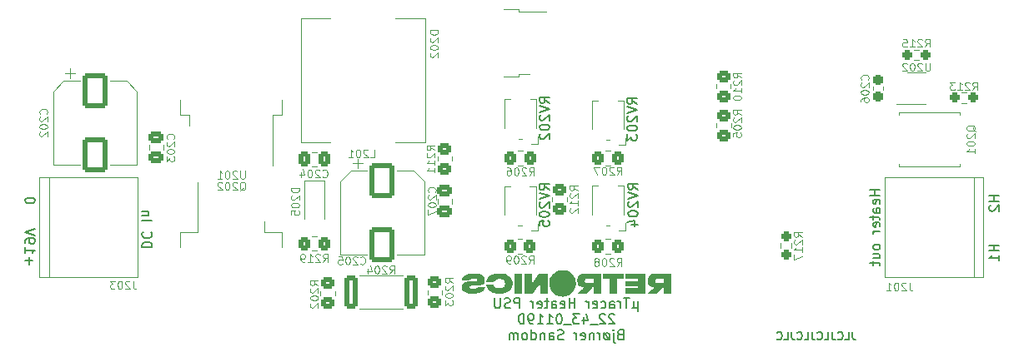
<source format=gbo>
G04 #@! TF.GenerationSoftware,KiCad,Pcbnew,(6.0.10)*
G04 #@! TF.CreationDate,2022-12-26T18:22:21+01:00*
G04 #@! TF.ProjectId,HeaterPSU,48656174-6572-4505-9355-2e6b69636164,rev?*
G04 #@! TF.SameCoordinates,Original*
G04 #@! TF.FileFunction,Legend,Bot*
G04 #@! TF.FilePolarity,Positive*
%FSLAX46Y46*%
G04 Gerber Fmt 4.6, Leading zero omitted, Abs format (unit mm)*
G04 Created by KiCad (PCBNEW (6.0.10)) date 2022-12-26 18:22:21*
%MOMM*%
%LPD*%
G01*
G04 APERTURE LIST*
G04 Aperture macros list*
%AMRoundRect*
0 Rectangle with rounded corners*
0 $1 Rounding radius*
0 $2 $3 $4 $5 $6 $7 $8 $9 X,Y pos of 4 corners*
0 Add a 4 corners polygon primitive as box body*
4,1,4,$2,$3,$4,$5,$6,$7,$8,$9,$2,$3,0*
0 Add four circle primitives for the rounded corners*
1,1,$1+$1,$2,$3*
1,1,$1+$1,$4,$5*
1,1,$1+$1,$6,$7*
1,1,$1+$1,$8,$9*
0 Add four rect primitives between the rounded corners*
20,1,$1+$1,$2,$3,$4,$5,0*
20,1,$1+$1,$4,$5,$6,$7,0*
20,1,$1+$1,$6,$7,$8,$9,0*
20,1,$1+$1,$8,$9,$2,$3,0*%
G04 Aperture macros list end*
%ADD10C,0.150000*%
%ADD11C,0.100000*%
%ADD12C,0.120000*%
%ADD13RoundRect,0.237500X0.237500X-0.250000X0.237500X0.250000X-0.237500X0.250000X-0.237500X-0.250000X0*%
%ADD14R,1.200000X1.200000*%
%ADD15R,1.600000X1.500000*%
%ADD16RoundRect,0.237500X0.250000X0.237500X-0.250000X0.237500X-0.250000X-0.237500X0.250000X-0.237500X0*%
%ADD17RoundRect,0.237500X-0.237500X0.300000X-0.237500X-0.300000X0.237500X-0.300000X0.237500X0.300000X0*%
%ADD18C,3.200000*%
%ADD19C,4.000000*%
%ADD20C,1.800000*%
%ADD21R,1.700000X1.700000*%
%ADD22O,1.700000X1.700000*%
%ADD23RoundRect,0.250000X0.450000X-0.350000X0.450000X0.350000X-0.450000X0.350000X-0.450000X-0.350000X0*%
%ADD24RoundRect,0.250000X-0.450000X0.350000X-0.450000X-0.350000X0.450000X-0.350000X0.450000X0.350000X0*%
%ADD25C,1.400000*%
%ADD26C,3.000000*%
%ADD27RoundRect,0.250000X0.475000X-0.337500X0.475000X0.337500X-0.475000X0.337500X-0.475000X-0.337500X0*%
%ADD28RoundRect,0.250000X-0.350000X-0.450000X0.350000X-0.450000X0.350000X0.450000X-0.350000X0.450000X0*%
%ADD29R,1.100000X4.600000*%
%ADD30R,10.800000X9.400000*%
%ADD31RoundRect,0.250000X-1.000000X1.500000X-1.000000X-1.500000X1.000000X-1.500000X1.000000X1.500000X0*%
%ADD32RoundRect,0.250000X0.337500X0.475000X-0.337500X0.475000X-0.337500X-0.475000X0.337500X-0.475000X0*%
%ADD33R,1.560000X0.650000*%
%ADD34RoundRect,0.250000X0.350000X0.450000X-0.350000X0.450000X-0.350000X-0.450000X0.350000X-0.450000X0*%
%ADD35R,3.000000X3.000000*%
%ADD36R,5.400000X2.900000*%
%ADD37R,1.200000X0.600000*%
%ADD38R,4.000000X4.400000*%
%ADD39R,1.200000X0.900000*%
%ADD40RoundRect,0.249999X-0.450001X-1.425001X0.450001X-1.425001X0.450001X1.425001X-0.450001X1.425001X0*%
%ADD41R,2.200000X1.200000*%
%ADD42R,6.400000X5.800000*%
G04 APERTURE END LIST*
D10*
X56078571Y-71730952D02*
X56078571Y-70969047D01*
X55697619Y-71350000D02*
X56459523Y-71350000D01*
X55697619Y-69969047D02*
X55697619Y-70540476D01*
X55697619Y-70254761D02*
X56697619Y-70254761D01*
X56554761Y-70350000D01*
X56459523Y-70445238D01*
X56411904Y-70540476D01*
X55697619Y-69492857D02*
X55697619Y-69302380D01*
X55745238Y-69207142D01*
X55792857Y-69159523D01*
X55935714Y-69064285D01*
X56126190Y-69016666D01*
X56507142Y-69016666D01*
X56602380Y-69064285D01*
X56650000Y-69111904D01*
X56697619Y-69207142D01*
X56697619Y-69397619D01*
X56650000Y-69492857D01*
X56602380Y-69540476D01*
X56507142Y-69588095D01*
X56269047Y-69588095D01*
X56173809Y-69540476D01*
X56126190Y-69492857D01*
X56078571Y-69397619D01*
X56078571Y-69207142D01*
X56126190Y-69111904D01*
X56173809Y-69064285D01*
X56269047Y-69016666D01*
X56697619Y-68730952D02*
X55697619Y-68397619D01*
X56697619Y-68064285D01*
X56697619Y-65254761D02*
X56697619Y-65159523D01*
X56650000Y-65064285D01*
X56602380Y-65016666D01*
X56507142Y-64969047D01*
X56316666Y-64921428D01*
X56078571Y-64921428D01*
X55888095Y-64969047D01*
X55792857Y-65016666D01*
X55745238Y-65064285D01*
X55697619Y-65159523D01*
X55697619Y-65254761D01*
X55745238Y-65350000D01*
X55792857Y-65397619D01*
X55888095Y-65445238D01*
X56078571Y-65492857D01*
X56316666Y-65492857D01*
X56507142Y-65445238D01*
X56602380Y-65397619D01*
X56650000Y-65350000D01*
X56697619Y-65254761D01*
X154602380Y-64714285D02*
X153602380Y-64714285D01*
X154078571Y-64714285D02*
X154078571Y-65285714D01*
X154602380Y-65285714D02*
X153602380Y-65285714D01*
X153697619Y-65714285D02*
X153650000Y-65761904D01*
X153602380Y-65857142D01*
X153602380Y-66095238D01*
X153650000Y-66190476D01*
X153697619Y-66238095D01*
X153792857Y-66285714D01*
X153888095Y-66285714D01*
X154030952Y-66238095D01*
X154602380Y-65666666D01*
X154602380Y-66285714D01*
X154602380Y-69761904D02*
X153602380Y-69761904D01*
X154078571Y-69761904D02*
X154078571Y-70333333D01*
X154602380Y-70333333D02*
X153602380Y-70333333D01*
X154602380Y-71333333D02*
X154602380Y-70761904D01*
X154602380Y-71047619D02*
X153602380Y-71047619D01*
X153745238Y-70952380D01*
X153840476Y-70857142D01*
X153888095Y-70761904D01*
X142477380Y-64113095D02*
X141477380Y-64113095D01*
X141953571Y-64113095D02*
X141953571Y-64684523D01*
X142477380Y-64684523D02*
X141477380Y-64684523D01*
X142429761Y-65541666D02*
X142477380Y-65446428D01*
X142477380Y-65255952D01*
X142429761Y-65160714D01*
X142334523Y-65113095D01*
X141953571Y-65113095D01*
X141858333Y-65160714D01*
X141810714Y-65255952D01*
X141810714Y-65446428D01*
X141858333Y-65541666D01*
X141953571Y-65589285D01*
X142048809Y-65589285D01*
X142144047Y-65113095D01*
X142477380Y-66446428D02*
X141953571Y-66446428D01*
X141858333Y-66398809D01*
X141810714Y-66303571D01*
X141810714Y-66113095D01*
X141858333Y-66017857D01*
X142429761Y-66446428D02*
X142477380Y-66351190D01*
X142477380Y-66113095D01*
X142429761Y-66017857D01*
X142334523Y-65970238D01*
X142239285Y-65970238D01*
X142144047Y-66017857D01*
X142096428Y-66113095D01*
X142096428Y-66351190D01*
X142048809Y-66446428D01*
X141810714Y-66779761D02*
X141810714Y-67160714D01*
X141477380Y-66922619D02*
X142334523Y-66922619D01*
X142429761Y-66970238D01*
X142477380Y-67065476D01*
X142477380Y-67160714D01*
X142429761Y-67875000D02*
X142477380Y-67779761D01*
X142477380Y-67589285D01*
X142429761Y-67494047D01*
X142334523Y-67446428D01*
X141953571Y-67446428D01*
X141858333Y-67494047D01*
X141810714Y-67589285D01*
X141810714Y-67779761D01*
X141858333Y-67875000D01*
X141953571Y-67922619D01*
X142048809Y-67922619D01*
X142144047Y-67446428D01*
X142477380Y-68351190D02*
X141810714Y-68351190D01*
X142001190Y-68351190D02*
X141905952Y-68398809D01*
X141858333Y-68446428D01*
X141810714Y-68541666D01*
X141810714Y-68636904D01*
X142477380Y-69875000D02*
X142429761Y-69779761D01*
X142382142Y-69732142D01*
X142286904Y-69684523D01*
X142001190Y-69684523D01*
X141905952Y-69732142D01*
X141858333Y-69779761D01*
X141810714Y-69875000D01*
X141810714Y-70017857D01*
X141858333Y-70113095D01*
X141905952Y-70160714D01*
X142001190Y-70208333D01*
X142286904Y-70208333D01*
X142382142Y-70160714D01*
X142429761Y-70113095D01*
X142477380Y-70017857D01*
X142477380Y-69875000D01*
X141810714Y-71065476D02*
X142477380Y-71065476D01*
X141810714Y-70636904D02*
X142334523Y-70636904D01*
X142429761Y-70684523D01*
X142477380Y-70779761D01*
X142477380Y-70922619D01*
X142429761Y-71017857D01*
X142382142Y-71065476D01*
X141810714Y-71398809D02*
X141810714Y-71779761D01*
X141477380Y-71541666D02*
X142334523Y-71541666D01*
X142429761Y-71589285D01*
X142477380Y-71684523D01*
X142477380Y-71779761D01*
X67572619Y-69983333D02*
X68572619Y-69983333D01*
X68572619Y-69745238D01*
X68525000Y-69602380D01*
X68429761Y-69507142D01*
X68334523Y-69459523D01*
X68144047Y-69411904D01*
X68001190Y-69411904D01*
X67810714Y-69459523D01*
X67715476Y-69507142D01*
X67620238Y-69602380D01*
X67572619Y-69745238D01*
X67572619Y-69983333D01*
X67667857Y-68411904D02*
X67620238Y-68459523D01*
X67572619Y-68602380D01*
X67572619Y-68697619D01*
X67620238Y-68840476D01*
X67715476Y-68935714D01*
X67810714Y-68983333D01*
X68001190Y-69030952D01*
X68144047Y-69030952D01*
X68334523Y-68983333D01*
X68429761Y-68935714D01*
X68525000Y-68840476D01*
X68572619Y-68697619D01*
X68572619Y-68602380D01*
X68525000Y-68459523D01*
X68477380Y-68411904D01*
X67572619Y-67221428D02*
X68572619Y-67221428D01*
X68239285Y-66745238D02*
X67572619Y-66745238D01*
X68144047Y-66745238D02*
X68191666Y-66697619D01*
X68239285Y-66602380D01*
X68239285Y-66459523D01*
X68191666Y-66364285D01*
X68096428Y-66316666D01*
X67572619Y-66316666D01*
X139695238Y-78561904D02*
X139695238Y-79133333D01*
X139733333Y-79247619D01*
X139809523Y-79323809D01*
X139923809Y-79361904D01*
X140000000Y-79361904D01*
X138933333Y-79361904D02*
X139314285Y-79361904D01*
X139314285Y-78561904D01*
X138209523Y-79285714D02*
X138247619Y-79323809D01*
X138361904Y-79361904D01*
X138438095Y-79361904D01*
X138552380Y-79323809D01*
X138628571Y-79247619D01*
X138666666Y-79171428D01*
X138704761Y-79019047D01*
X138704761Y-78904761D01*
X138666666Y-78752380D01*
X138628571Y-78676190D01*
X138552380Y-78600000D01*
X138438095Y-78561904D01*
X138361904Y-78561904D01*
X138247619Y-78600000D01*
X138209523Y-78638095D01*
X137638095Y-78561904D02*
X137638095Y-79133333D01*
X137676190Y-79247619D01*
X137752380Y-79323809D01*
X137866666Y-79361904D01*
X137942857Y-79361904D01*
X136876190Y-79361904D02*
X137257142Y-79361904D01*
X137257142Y-78561904D01*
X136152380Y-79285714D02*
X136190476Y-79323809D01*
X136304761Y-79361904D01*
X136380952Y-79361904D01*
X136495238Y-79323809D01*
X136571428Y-79247619D01*
X136609523Y-79171428D01*
X136647619Y-79019047D01*
X136647619Y-78904761D01*
X136609523Y-78752380D01*
X136571428Y-78676190D01*
X136495238Y-78600000D01*
X136380952Y-78561904D01*
X136304761Y-78561904D01*
X136190476Y-78600000D01*
X136152380Y-78638095D01*
X135580952Y-78561904D02*
X135580952Y-79133333D01*
X135619047Y-79247619D01*
X135695238Y-79323809D01*
X135809523Y-79361904D01*
X135885714Y-79361904D01*
X134819047Y-79361904D02*
X135200000Y-79361904D01*
X135200000Y-78561904D01*
X134095238Y-79285714D02*
X134133333Y-79323809D01*
X134247619Y-79361904D01*
X134323809Y-79361904D01*
X134438095Y-79323809D01*
X134514285Y-79247619D01*
X134552380Y-79171428D01*
X134590476Y-79019047D01*
X134590476Y-78904761D01*
X134552380Y-78752380D01*
X134514285Y-78676190D01*
X134438095Y-78600000D01*
X134323809Y-78561904D01*
X134247619Y-78561904D01*
X134133333Y-78600000D01*
X134095238Y-78638095D01*
X133523809Y-78561904D02*
X133523809Y-79133333D01*
X133561904Y-79247619D01*
X133638095Y-79323809D01*
X133752380Y-79361904D01*
X133828571Y-79361904D01*
X132761904Y-79361904D02*
X133142857Y-79361904D01*
X133142857Y-78561904D01*
X132038095Y-79285714D02*
X132076190Y-79323809D01*
X132190476Y-79361904D01*
X132266666Y-79361904D01*
X132380952Y-79323809D01*
X132457142Y-79247619D01*
X132495238Y-79171428D01*
X132533333Y-79019047D01*
X132533333Y-78904761D01*
X132495238Y-78752380D01*
X132457142Y-78676190D01*
X132380952Y-78600000D01*
X132266666Y-78561904D01*
X132190476Y-78561904D01*
X132076190Y-78600000D01*
X132038095Y-78638095D01*
X117935714Y-75475714D02*
X117935714Y-76475714D01*
X117459523Y-75999523D02*
X117411904Y-76094761D01*
X117316666Y-76142380D01*
X117935714Y-75999523D02*
X117888095Y-76094761D01*
X117792857Y-76142380D01*
X117602380Y-76142380D01*
X117507142Y-76094761D01*
X117459523Y-75999523D01*
X117459523Y-75475714D01*
X117030952Y-75142380D02*
X116459523Y-75142380D01*
X116745238Y-76142380D02*
X116745238Y-75142380D01*
X116126190Y-76142380D02*
X116126190Y-75475714D01*
X116126190Y-75666190D02*
X116078571Y-75570952D01*
X116030952Y-75523333D01*
X115935714Y-75475714D01*
X115840476Y-75475714D01*
X115078571Y-76142380D02*
X115078571Y-75618571D01*
X115126190Y-75523333D01*
X115221428Y-75475714D01*
X115411904Y-75475714D01*
X115507142Y-75523333D01*
X115078571Y-76094761D02*
X115173809Y-76142380D01*
X115411904Y-76142380D01*
X115507142Y-76094761D01*
X115554761Y-75999523D01*
X115554761Y-75904285D01*
X115507142Y-75809047D01*
X115411904Y-75761428D01*
X115173809Y-75761428D01*
X115078571Y-75713809D01*
X114173809Y-76094761D02*
X114269047Y-76142380D01*
X114459523Y-76142380D01*
X114554761Y-76094761D01*
X114602380Y-76047142D01*
X114650000Y-75951904D01*
X114650000Y-75666190D01*
X114602380Y-75570952D01*
X114554761Y-75523333D01*
X114459523Y-75475714D01*
X114269047Y-75475714D01*
X114173809Y-75523333D01*
X113364285Y-76094761D02*
X113459523Y-76142380D01*
X113650000Y-76142380D01*
X113745238Y-76094761D01*
X113792857Y-75999523D01*
X113792857Y-75618571D01*
X113745238Y-75523333D01*
X113650000Y-75475714D01*
X113459523Y-75475714D01*
X113364285Y-75523333D01*
X113316666Y-75618571D01*
X113316666Y-75713809D01*
X113792857Y-75809047D01*
X112888095Y-76142380D02*
X112888095Y-75475714D01*
X112888095Y-75666190D02*
X112840476Y-75570952D01*
X112792857Y-75523333D01*
X112697619Y-75475714D01*
X112602380Y-75475714D01*
X111507142Y-76142380D02*
X111507142Y-75142380D01*
X111507142Y-75618571D02*
X110935714Y-75618571D01*
X110935714Y-76142380D02*
X110935714Y-75142380D01*
X110078571Y-76094761D02*
X110173809Y-76142380D01*
X110364285Y-76142380D01*
X110459523Y-76094761D01*
X110507142Y-75999523D01*
X110507142Y-75618571D01*
X110459523Y-75523333D01*
X110364285Y-75475714D01*
X110173809Y-75475714D01*
X110078571Y-75523333D01*
X110030952Y-75618571D01*
X110030952Y-75713809D01*
X110507142Y-75809047D01*
X109173809Y-76142380D02*
X109173809Y-75618571D01*
X109221428Y-75523333D01*
X109316666Y-75475714D01*
X109507142Y-75475714D01*
X109602380Y-75523333D01*
X109173809Y-76094761D02*
X109269047Y-76142380D01*
X109507142Y-76142380D01*
X109602380Y-76094761D01*
X109650000Y-75999523D01*
X109650000Y-75904285D01*
X109602380Y-75809047D01*
X109507142Y-75761428D01*
X109269047Y-75761428D01*
X109173809Y-75713809D01*
X108840476Y-75475714D02*
X108459523Y-75475714D01*
X108697619Y-75142380D02*
X108697619Y-75999523D01*
X108650000Y-76094761D01*
X108554761Y-76142380D01*
X108459523Y-76142380D01*
X107745238Y-76094761D02*
X107840476Y-76142380D01*
X108030952Y-76142380D01*
X108126190Y-76094761D01*
X108173809Y-75999523D01*
X108173809Y-75618571D01*
X108126190Y-75523333D01*
X108030952Y-75475714D01*
X107840476Y-75475714D01*
X107745238Y-75523333D01*
X107697619Y-75618571D01*
X107697619Y-75713809D01*
X108173809Y-75809047D01*
X107269047Y-76142380D02*
X107269047Y-75475714D01*
X107269047Y-75666190D02*
X107221428Y-75570952D01*
X107173809Y-75523333D01*
X107078571Y-75475714D01*
X106983333Y-75475714D01*
X105888095Y-76142380D02*
X105888095Y-75142380D01*
X105507142Y-75142380D01*
X105411904Y-75190000D01*
X105364285Y-75237619D01*
X105316666Y-75332857D01*
X105316666Y-75475714D01*
X105364285Y-75570952D01*
X105411904Y-75618571D01*
X105507142Y-75666190D01*
X105888095Y-75666190D01*
X104935714Y-76094761D02*
X104792857Y-76142380D01*
X104554761Y-76142380D01*
X104459523Y-76094761D01*
X104411904Y-76047142D01*
X104364285Y-75951904D01*
X104364285Y-75856666D01*
X104411904Y-75761428D01*
X104459523Y-75713809D01*
X104554761Y-75666190D01*
X104745238Y-75618571D01*
X104840476Y-75570952D01*
X104888095Y-75523333D01*
X104935714Y-75428095D01*
X104935714Y-75332857D01*
X104888095Y-75237619D01*
X104840476Y-75190000D01*
X104745238Y-75142380D01*
X104507142Y-75142380D01*
X104364285Y-75190000D01*
X103935714Y-75142380D02*
X103935714Y-75951904D01*
X103888095Y-76047142D01*
X103840476Y-76094761D01*
X103745238Y-76142380D01*
X103554761Y-76142380D01*
X103459523Y-76094761D01*
X103411904Y-76047142D01*
X103364285Y-75951904D01*
X103364285Y-75142380D01*
X115530952Y-76847619D02*
X115483333Y-76800000D01*
X115388095Y-76752380D01*
X115150000Y-76752380D01*
X115054761Y-76800000D01*
X115007142Y-76847619D01*
X114959523Y-76942857D01*
X114959523Y-77038095D01*
X115007142Y-77180952D01*
X115578571Y-77752380D01*
X114959523Y-77752380D01*
X114578571Y-76847619D02*
X114530952Y-76800000D01*
X114435714Y-76752380D01*
X114197619Y-76752380D01*
X114102380Y-76800000D01*
X114054761Y-76847619D01*
X114007142Y-76942857D01*
X114007142Y-77038095D01*
X114054761Y-77180952D01*
X114626190Y-77752380D01*
X114007142Y-77752380D01*
X113816666Y-77847619D02*
X113054761Y-77847619D01*
X112388095Y-77085714D02*
X112388095Y-77752380D01*
X112626190Y-76704761D02*
X112864285Y-77419047D01*
X112245238Y-77419047D01*
X111959523Y-76752380D02*
X111340476Y-76752380D01*
X111673809Y-77133333D01*
X111530952Y-77133333D01*
X111435714Y-77180952D01*
X111388095Y-77228571D01*
X111340476Y-77323809D01*
X111340476Y-77561904D01*
X111388095Y-77657142D01*
X111435714Y-77704761D01*
X111530952Y-77752380D01*
X111816666Y-77752380D01*
X111911904Y-77704761D01*
X111959523Y-77657142D01*
X111150000Y-77847619D02*
X110388095Y-77847619D01*
X109959523Y-76752380D02*
X109864285Y-76752380D01*
X109769047Y-76800000D01*
X109721428Y-76847619D01*
X109673809Y-76942857D01*
X109626190Y-77133333D01*
X109626190Y-77371428D01*
X109673809Y-77561904D01*
X109721428Y-77657142D01*
X109769047Y-77704761D01*
X109864285Y-77752380D01*
X109959523Y-77752380D01*
X110054761Y-77704761D01*
X110102380Y-77657142D01*
X110150000Y-77561904D01*
X110197619Y-77371428D01*
X110197619Y-77133333D01*
X110150000Y-76942857D01*
X110102380Y-76847619D01*
X110054761Y-76800000D01*
X109959523Y-76752380D01*
X108673809Y-77752380D02*
X109245238Y-77752380D01*
X108959523Y-77752380D02*
X108959523Y-76752380D01*
X109054761Y-76895238D01*
X109150000Y-76990476D01*
X109245238Y-77038095D01*
X107721428Y-77752380D02*
X108292857Y-77752380D01*
X108007142Y-77752380D02*
X108007142Y-76752380D01*
X108102380Y-76895238D01*
X108197619Y-76990476D01*
X108292857Y-77038095D01*
X107245238Y-77752380D02*
X107054761Y-77752380D01*
X106959523Y-77704761D01*
X106911904Y-77657142D01*
X106816666Y-77514285D01*
X106769047Y-77323809D01*
X106769047Y-76942857D01*
X106816666Y-76847619D01*
X106864285Y-76800000D01*
X106959523Y-76752380D01*
X107150000Y-76752380D01*
X107245238Y-76800000D01*
X107292857Y-76847619D01*
X107340476Y-76942857D01*
X107340476Y-77180952D01*
X107292857Y-77276190D01*
X107245238Y-77323809D01*
X107150000Y-77371428D01*
X106959523Y-77371428D01*
X106864285Y-77323809D01*
X106816666Y-77276190D01*
X106769047Y-77180952D01*
X106340476Y-77752380D02*
X106340476Y-76752380D01*
X106102380Y-76752380D01*
X105959523Y-76800000D01*
X105864285Y-76895238D01*
X105816666Y-76990476D01*
X105769047Y-77180952D01*
X105769047Y-77323809D01*
X105816666Y-77514285D01*
X105864285Y-77609523D01*
X105959523Y-77704761D01*
X106102380Y-77752380D01*
X106340476Y-77752380D01*
X116102380Y-78838571D02*
X115959523Y-78886190D01*
X115911904Y-78933809D01*
X115864285Y-79029047D01*
X115864285Y-79171904D01*
X115911904Y-79267142D01*
X115959523Y-79314761D01*
X116054761Y-79362380D01*
X116435714Y-79362380D01*
X116435714Y-78362380D01*
X116102380Y-78362380D01*
X116007142Y-78410000D01*
X115959523Y-78457619D01*
X115911904Y-78552857D01*
X115911904Y-78648095D01*
X115959523Y-78743333D01*
X116007142Y-78790952D01*
X116102380Y-78838571D01*
X116435714Y-78838571D01*
X115435714Y-78695714D02*
X115435714Y-79552857D01*
X115483333Y-79648095D01*
X115578571Y-79695714D01*
X115626190Y-79695714D01*
X115435714Y-78362380D02*
X115483333Y-78410000D01*
X115435714Y-78457619D01*
X115388095Y-78410000D01*
X115435714Y-78362380D01*
X115435714Y-78457619D01*
X114435714Y-78695714D02*
X115054761Y-79362380D01*
X114816666Y-79362380D02*
X114911904Y-79314761D01*
X114959523Y-79267142D01*
X115007142Y-79171904D01*
X115007142Y-78886190D01*
X114959523Y-78790952D01*
X114911904Y-78743333D01*
X114816666Y-78695714D01*
X114673809Y-78695714D01*
X114578571Y-78743333D01*
X114530952Y-78790952D01*
X114483333Y-78886190D01*
X114483333Y-79171904D01*
X114530952Y-79267142D01*
X114578571Y-79314761D01*
X114673809Y-79362380D01*
X114816666Y-79362380D01*
X114054761Y-79362380D02*
X114054761Y-78695714D01*
X114054761Y-78886190D02*
X114007142Y-78790952D01*
X113959523Y-78743333D01*
X113864285Y-78695714D01*
X113769047Y-78695714D01*
X113435714Y-78695714D02*
X113435714Y-79362380D01*
X113435714Y-78790952D02*
X113388095Y-78743333D01*
X113292857Y-78695714D01*
X113150000Y-78695714D01*
X113054761Y-78743333D01*
X113007142Y-78838571D01*
X113007142Y-79362380D01*
X112150000Y-79314761D02*
X112245238Y-79362380D01*
X112435714Y-79362380D01*
X112530952Y-79314761D01*
X112578571Y-79219523D01*
X112578571Y-78838571D01*
X112530952Y-78743333D01*
X112435714Y-78695714D01*
X112245238Y-78695714D01*
X112150000Y-78743333D01*
X112102380Y-78838571D01*
X112102380Y-78933809D01*
X112578571Y-79029047D01*
X111673809Y-79362380D02*
X111673809Y-78695714D01*
X111673809Y-78886190D02*
X111626190Y-78790952D01*
X111578571Y-78743333D01*
X111483333Y-78695714D01*
X111388095Y-78695714D01*
X110340476Y-79314761D02*
X110197619Y-79362380D01*
X109959523Y-79362380D01*
X109864285Y-79314761D01*
X109816666Y-79267142D01*
X109769047Y-79171904D01*
X109769047Y-79076666D01*
X109816666Y-78981428D01*
X109864285Y-78933809D01*
X109959523Y-78886190D01*
X110150000Y-78838571D01*
X110245238Y-78790952D01*
X110292857Y-78743333D01*
X110340476Y-78648095D01*
X110340476Y-78552857D01*
X110292857Y-78457619D01*
X110245238Y-78410000D01*
X110150000Y-78362380D01*
X109911904Y-78362380D01*
X109769047Y-78410000D01*
X108911904Y-79362380D02*
X108911904Y-78838571D01*
X108959523Y-78743333D01*
X109054761Y-78695714D01*
X109245238Y-78695714D01*
X109340476Y-78743333D01*
X108911904Y-79314761D02*
X109007142Y-79362380D01*
X109245238Y-79362380D01*
X109340476Y-79314761D01*
X109388095Y-79219523D01*
X109388095Y-79124285D01*
X109340476Y-79029047D01*
X109245238Y-78981428D01*
X109007142Y-78981428D01*
X108911904Y-78933809D01*
X108435714Y-78695714D02*
X108435714Y-79362380D01*
X108435714Y-78790952D02*
X108388095Y-78743333D01*
X108292857Y-78695714D01*
X108150000Y-78695714D01*
X108054761Y-78743333D01*
X108007142Y-78838571D01*
X108007142Y-79362380D01*
X107102380Y-79362380D02*
X107102380Y-78362380D01*
X107102380Y-79314761D02*
X107197619Y-79362380D01*
X107388095Y-79362380D01*
X107483333Y-79314761D01*
X107530952Y-79267142D01*
X107578571Y-79171904D01*
X107578571Y-78886190D01*
X107530952Y-78790952D01*
X107483333Y-78743333D01*
X107388095Y-78695714D01*
X107197619Y-78695714D01*
X107102380Y-78743333D01*
X106483333Y-79362380D02*
X106578571Y-79314761D01*
X106626190Y-79267142D01*
X106673809Y-79171904D01*
X106673809Y-78886190D01*
X106626190Y-78790952D01*
X106578571Y-78743333D01*
X106483333Y-78695714D01*
X106340476Y-78695714D01*
X106245238Y-78743333D01*
X106197619Y-78790952D01*
X106150000Y-78886190D01*
X106150000Y-79171904D01*
X106197619Y-79267142D01*
X106245238Y-79314761D01*
X106340476Y-79362380D01*
X106483333Y-79362380D01*
X105721428Y-79362380D02*
X105721428Y-78695714D01*
X105721428Y-78790952D02*
X105673809Y-78743333D01*
X105578571Y-78695714D01*
X105435714Y-78695714D01*
X105340476Y-78743333D01*
X105292857Y-78838571D01*
X105292857Y-79362380D01*
X105292857Y-78838571D02*
X105245238Y-78743333D01*
X105150000Y-78695714D01*
X105007142Y-78695714D01*
X104911904Y-78743333D01*
X104864285Y-78838571D01*
X104864285Y-79362380D01*
D11*
X134561904Y-68904761D02*
X134180952Y-68638095D01*
X134561904Y-68447619D02*
X133761904Y-68447619D01*
X133761904Y-68752380D01*
X133800000Y-68828571D01*
X133838095Y-68866666D01*
X133914285Y-68904761D01*
X134028571Y-68904761D01*
X134104761Y-68866666D01*
X134142857Y-68828571D01*
X134180952Y-68752380D01*
X134180952Y-68447619D01*
X133838095Y-69209523D02*
X133800000Y-69247619D01*
X133761904Y-69323809D01*
X133761904Y-69514285D01*
X133800000Y-69590476D01*
X133838095Y-69628571D01*
X133914285Y-69666666D01*
X133990476Y-69666666D01*
X134104761Y-69628571D01*
X134561904Y-69171428D01*
X134561904Y-69666666D01*
X134561904Y-70428571D02*
X134561904Y-69971428D01*
X134561904Y-70200000D02*
X133761904Y-70200000D01*
X133876190Y-70123809D01*
X133952380Y-70047619D01*
X133990476Y-69971428D01*
X133761904Y-70695238D02*
X133761904Y-71228571D01*
X134561904Y-70885714D01*
D10*
X108902380Y-64127380D02*
X108426190Y-63794047D01*
X108902380Y-63555952D02*
X107902380Y-63555952D01*
X107902380Y-63936904D01*
X107950000Y-64032142D01*
X107997619Y-64079761D01*
X108092857Y-64127380D01*
X108235714Y-64127380D01*
X108330952Y-64079761D01*
X108378571Y-64032142D01*
X108426190Y-63936904D01*
X108426190Y-63555952D01*
X107902380Y-64413095D02*
X108902380Y-64746428D01*
X107902380Y-65079761D01*
X107997619Y-65365476D02*
X107950000Y-65413095D01*
X107902380Y-65508333D01*
X107902380Y-65746428D01*
X107950000Y-65841666D01*
X107997619Y-65889285D01*
X108092857Y-65936904D01*
X108188095Y-65936904D01*
X108330952Y-65889285D01*
X108902380Y-65317857D01*
X108902380Y-65936904D01*
X107902380Y-66555952D02*
X107902380Y-66651190D01*
X107950000Y-66746428D01*
X107997619Y-66794047D01*
X108092857Y-66841666D01*
X108283333Y-66889285D01*
X108521428Y-66889285D01*
X108711904Y-66841666D01*
X108807142Y-66794047D01*
X108854761Y-66746428D01*
X108902380Y-66651190D01*
X108902380Y-66555952D01*
X108854761Y-66460714D01*
X108807142Y-66413095D01*
X108711904Y-66365476D01*
X108521428Y-66317857D01*
X108283333Y-66317857D01*
X108092857Y-66365476D01*
X107997619Y-66413095D01*
X107950000Y-66460714D01*
X107902380Y-66555952D01*
X107902380Y-67794047D02*
X107902380Y-67317857D01*
X108378571Y-67270238D01*
X108330952Y-67317857D01*
X108283333Y-67413095D01*
X108283333Y-67651190D01*
X108330952Y-67746428D01*
X108378571Y-67794047D01*
X108473809Y-67841666D01*
X108711904Y-67841666D01*
X108807142Y-67794047D01*
X108854761Y-67746428D01*
X108902380Y-67651190D01*
X108902380Y-67413095D01*
X108854761Y-67317857D01*
X108807142Y-67270238D01*
X117902380Y-64077380D02*
X117426190Y-63744047D01*
X117902380Y-63505952D02*
X116902380Y-63505952D01*
X116902380Y-63886904D01*
X116950000Y-63982142D01*
X116997619Y-64029761D01*
X117092857Y-64077380D01*
X117235714Y-64077380D01*
X117330952Y-64029761D01*
X117378571Y-63982142D01*
X117426190Y-63886904D01*
X117426190Y-63505952D01*
X116902380Y-64363095D02*
X117902380Y-64696428D01*
X116902380Y-65029761D01*
X116997619Y-65315476D02*
X116950000Y-65363095D01*
X116902380Y-65458333D01*
X116902380Y-65696428D01*
X116950000Y-65791666D01*
X116997619Y-65839285D01*
X117092857Y-65886904D01*
X117188095Y-65886904D01*
X117330952Y-65839285D01*
X117902380Y-65267857D01*
X117902380Y-65886904D01*
X116902380Y-66505952D02*
X116902380Y-66601190D01*
X116950000Y-66696428D01*
X116997619Y-66744047D01*
X117092857Y-66791666D01*
X117283333Y-66839285D01*
X117521428Y-66839285D01*
X117711904Y-66791666D01*
X117807142Y-66744047D01*
X117854761Y-66696428D01*
X117902380Y-66601190D01*
X117902380Y-66505952D01*
X117854761Y-66410714D01*
X117807142Y-66363095D01*
X117711904Y-66315476D01*
X117521428Y-66267857D01*
X117283333Y-66267857D01*
X117092857Y-66315476D01*
X116997619Y-66363095D01*
X116950000Y-66410714D01*
X116902380Y-66505952D01*
X117235714Y-67696428D02*
X117902380Y-67696428D01*
X116854761Y-67458333D02*
X117569047Y-67220238D01*
X117569047Y-67839285D01*
X117827380Y-55377380D02*
X117351190Y-55044047D01*
X117827380Y-54805952D02*
X116827380Y-54805952D01*
X116827380Y-55186904D01*
X116875000Y-55282142D01*
X116922619Y-55329761D01*
X117017857Y-55377380D01*
X117160714Y-55377380D01*
X117255952Y-55329761D01*
X117303571Y-55282142D01*
X117351190Y-55186904D01*
X117351190Y-54805952D01*
X116827380Y-55663095D02*
X117827380Y-55996428D01*
X116827380Y-56329761D01*
X116922619Y-56615476D02*
X116875000Y-56663095D01*
X116827380Y-56758333D01*
X116827380Y-56996428D01*
X116875000Y-57091666D01*
X116922619Y-57139285D01*
X117017857Y-57186904D01*
X117113095Y-57186904D01*
X117255952Y-57139285D01*
X117827380Y-56567857D01*
X117827380Y-57186904D01*
X116827380Y-57805952D02*
X116827380Y-57901190D01*
X116875000Y-57996428D01*
X116922619Y-58044047D01*
X117017857Y-58091666D01*
X117208333Y-58139285D01*
X117446428Y-58139285D01*
X117636904Y-58091666D01*
X117732142Y-58044047D01*
X117779761Y-57996428D01*
X117827380Y-57901190D01*
X117827380Y-57805952D01*
X117779761Y-57710714D01*
X117732142Y-57663095D01*
X117636904Y-57615476D01*
X117446428Y-57567857D01*
X117208333Y-57567857D01*
X117017857Y-57615476D01*
X116922619Y-57663095D01*
X116875000Y-57710714D01*
X116827380Y-57805952D01*
X116827380Y-58472619D02*
X116827380Y-59091666D01*
X117208333Y-58758333D01*
X117208333Y-58901190D01*
X117255952Y-58996428D01*
X117303571Y-59044047D01*
X117398809Y-59091666D01*
X117636904Y-59091666D01*
X117732142Y-59044047D01*
X117779761Y-58996428D01*
X117827380Y-58901190D01*
X117827380Y-58615476D01*
X117779761Y-58520238D01*
X117732142Y-58472619D01*
X108927380Y-55277380D02*
X108451190Y-54944047D01*
X108927380Y-54705952D02*
X107927380Y-54705952D01*
X107927380Y-55086904D01*
X107975000Y-55182142D01*
X108022619Y-55229761D01*
X108117857Y-55277380D01*
X108260714Y-55277380D01*
X108355952Y-55229761D01*
X108403571Y-55182142D01*
X108451190Y-55086904D01*
X108451190Y-54705952D01*
X107927380Y-55563095D02*
X108927380Y-55896428D01*
X107927380Y-56229761D01*
X108022619Y-56515476D02*
X107975000Y-56563095D01*
X107927380Y-56658333D01*
X107927380Y-56896428D01*
X107975000Y-56991666D01*
X108022619Y-57039285D01*
X108117857Y-57086904D01*
X108213095Y-57086904D01*
X108355952Y-57039285D01*
X108927380Y-56467857D01*
X108927380Y-57086904D01*
X107927380Y-57705952D02*
X107927380Y-57801190D01*
X107975000Y-57896428D01*
X108022619Y-57944047D01*
X108117857Y-57991666D01*
X108308333Y-58039285D01*
X108546428Y-58039285D01*
X108736904Y-57991666D01*
X108832142Y-57944047D01*
X108879761Y-57896428D01*
X108927380Y-57801190D01*
X108927380Y-57705952D01*
X108879761Y-57610714D01*
X108832142Y-57563095D01*
X108736904Y-57515476D01*
X108546428Y-57467857D01*
X108308333Y-57467857D01*
X108117857Y-57515476D01*
X108022619Y-57563095D01*
X107975000Y-57610714D01*
X107927380Y-57705952D01*
X108022619Y-58420238D02*
X107975000Y-58467857D01*
X107927380Y-58563095D01*
X107927380Y-58801190D01*
X107975000Y-58896428D01*
X108022619Y-58944047D01*
X108117857Y-58991666D01*
X108213095Y-58991666D01*
X108355952Y-58944047D01*
X108927380Y-58372619D01*
X108927380Y-58991666D01*
D11*
X151895238Y-53961904D02*
X152161904Y-53580952D01*
X152352380Y-53961904D02*
X152352380Y-53161904D01*
X152047619Y-53161904D01*
X151971428Y-53200000D01*
X151933333Y-53238095D01*
X151895238Y-53314285D01*
X151895238Y-53428571D01*
X151933333Y-53504761D01*
X151971428Y-53542857D01*
X152047619Y-53580952D01*
X152352380Y-53580952D01*
X151590476Y-53238095D02*
X151552380Y-53200000D01*
X151476190Y-53161904D01*
X151285714Y-53161904D01*
X151209523Y-53200000D01*
X151171428Y-53238095D01*
X151133333Y-53314285D01*
X151133333Y-53390476D01*
X151171428Y-53504761D01*
X151628571Y-53961904D01*
X151133333Y-53961904D01*
X150371428Y-53961904D02*
X150828571Y-53961904D01*
X150600000Y-53961904D02*
X150600000Y-53161904D01*
X150676190Y-53276190D01*
X150752380Y-53352380D01*
X150828571Y-53390476D01*
X150104761Y-53161904D02*
X149609523Y-53161904D01*
X149876190Y-53466666D01*
X149761904Y-53466666D01*
X149685714Y-53504761D01*
X149647619Y-53542857D01*
X149609523Y-53619047D01*
X149609523Y-53809523D01*
X149647619Y-53885714D01*
X149685714Y-53923809D01*
X149761904Y-53961904D01*
X149990476Y-53961904D01*
X150066666Y-53923809D01*
X150104761Y-53885714D01*
X147070238Y-49586904D02*
X147336904Y-49205952D01*
X147527380Y-49586904D02*
X147527380Y-48786904D01*
X147222619Y-48786904D01*
X147146428Y-48825000D01*
X147108333Y-48863095D01*
X147070238Y-48939285D01*
X147070238Y-49053571D01*
X147108333Y-49129761D01*
X147146428Y-49167857D01*
X147222619Y-49205952D01*
X147527380Y-49205952D01*
X146765476Y-48863095D02*
X146727380Y-48825000D01*
X146651190Y-48786904D01*
X146460714Y-48786904D01*
X146384523Y-48825000D01*
X146346428Y-48863095D01*
X146308333Y-48939285D01*
X146308333Y-49015476D01*
X146346428Y-49129761D01*
X146803571Y-49586904D01*
X146308333Y-49586904D01*
X145546428Y-49586904D02*
X146003571Y-49586904D01*
X145775000Y-49586904D02*
X145775000Y-48786904D01*
X145851190Y-48901190D01*
X145927380Y-48977380D01*
X146003571Y-49015476D01*
X144822619Y-48786904D02*
X145203571Y-48786904D01*
X145241666Y-49167857D01*
X145203571Y-49129761D01*
X145127380Y-49091666D01*
X144936904Y-49091666D01*
X144860714Y-49129761D01*
X144822619Y-49167857D01*
X144784523Y-49244047D01*
X144784523Y-49434523D01*
X144822619Y-49510714D01*
X144860714Y-49548809D01*
X144936904Y-49586904D01*
X145127380Y-49586904D01*
X145203571Y-49548809D01*
X145241666Y-49510714D01*
X141285714Y-52904761D02*
X141323809Y-52866666D01*
X141361904Y-52752380D01*
X141361904Y-52676190D01*
X141323809Y-52561904D01*
X141247619Y-52485714D01*
X141171428Y-52447619D01*
X141019047Y-52409523D01*
X140904761Y-52409523D01*
X140752380Y-52447619D01*
X140676190Y-52485714D01*
X140600000Y-52561904D01*
X140561904Y-52676190D01*
X140561904Y-52752380D01*
X140600000Y-52866666D01*
X140638095Y-52904761D01*
X140638095Y-53209523D02*
X140600000Y-53247619D01*
X140561904Y-53323809D01*
X140561904Y-53514285D01*
X140600000Y-53590476D01*
X140638095Y-53628571D01*
X140714285Y-53666666D01*
X140790476Y-53666666D01*
X140904761Y-53628571D01*
X141361904Y-53171428D01*
X141361904Y-53666666D01*
X140561904Y-54161904D02*
X140561904Y-54238095D01*
X140600000Y-54314285D01*
X140638095Y-54352380D01*
X140714285Y-54390476D01*
X140866666Y-54428571D01*
X141057142Y-54428571D01*
X141209523Y-54390476D01*
X141285714Y-54352380D01*
X141323809Y-54314285D01*
X141361904Y-54238095D01*
X141361904Y-54161904D01*
X141323809Y-54085714D01*
X141285714Y-54047619D01*
X141209523Y-54009523D01*
X141057142Y-53971428D01*
X140866666Y-53971428D01*
X140714285Y-54009523D01*
X140638095Y-54047619D01*
X140600000Y-54085714D01*
X140561904Y-54161904D01*
X140561904Y-55114285D02*
X140561904Y-54961904D01*
X140600000Y-54885714D01*
X140638095Y-54847619D01*
X140752380Y-54771428D01*
X140904761Y-54733333D01*
X141209523Y-54733333D01*
X141285714Y-54771428D01*
X141323809Y-54809523D01*
X141361904Y-54885714D01*
X141361904Y-55038095D01*
X141323809Y-55114285D01*
X141285714Y-55152380D01*
X141209523Y-55190476D01*
X141019047Y-55190476D01*
X140942857Y-55152380D01*
X140904761Y-55114285D01*
X140866666Y-55038095D01*
X140866666Y-54885714D01*
X140904761Y-54809523D01*
X140942857Y-54771428D01*
X141019047Y-54733333D01*
X111786904Y-64179761D02*
X111405952Y-63913095D01*
X111786904Y-63722619D02*
X110986904Y-63722619D01*
X110986904Y-64027380D01*
X111025000Y-64103571D01*
X111063095Y-64141666D01*
X111139285Y-64179761D01*
X111253571Y-64179761D01*
X111329761Y-64141666D01*
X111367857Y-64103571D01*
X111405952Y-64027380D01*
X111405952Y-63722619D01*
X111063095Y-64484523D02*
X111025000Y-64522619D01*
X110986904Y-64598809D01*
X110986904Y-64789285D01*
X111025000Y-64865476D01*
X111063095Y-64903571D01*
X111139285Y-64941666D01*
X111215476Y-64941666D01*
X111329761Y-64903571D01*
X111786904Y-64446428D01*
X111786904Y-64941666D01*
X111786904Y-65703571D02*
X111786904Y-65246428D01*
X111786904Y-65475000D02*
X110986904Y-65475000D01*
X111101190Y-65398809D01*
X111177380Y-65322619D01*
X111215476Y-65246428D01*
X111063095Y-66008333D02*
X111025000Y-66046428D01*
X110986904Y-66122619D01*
X110986904Y-66313095D01*
X111025000Y-66389285D01*
X111063095Y-66427380D01*
X111139285Y-66465476D01*
X111215476Y-66465476D01*
X111329761Y-66427380D01*
X111786904Y-65970238D01*
X111786904Y-66465476D01*
X128407904Y-52704761D02*
X128026952Y-52438095D01*
X128407904Y-52247619D02*
X127607904Y-52247619D01*
X127607904Y-52552380D01*
X127646000Y-52628571D01*
X127684095Y-52666666D01*
X127760285Y-52704761D01*
X127874571Y-52704761D01*
X127950761Y-52666666D01*
X127988857Y-52628571D01*
X128026952Y-52552380D01*
X128026952Y-52247619D01*
X127684095Y-53009523D02*
X127646000Y-53047619D01*
X127607904Y-53123809D01*
X127607904Y-53314285D01*
X127646000Y-53390476D01*
X127684095Y-53428571D01*
X127760285Y-53466666D01*
X127836476Y-53466666D01*
X127950761Y-53428571D01*
X128407904Y-52971428D01*
X128407904Y-53466666D01*
X128407904Y-54228571D02*
X128407904Y-53771428D01*
X128407904Y-54000000D02*
X127607904Y-54000000D01*
X127722190Y-53923809D01*
X127798380Y-53847619D01*
X127836476Y-53771428D01*
X127607904Y-54723809D02*
X127607904Y-54800000D01*
X127646000Y-54876190D01*
X127684095Y-54914285D01*
X127760285Y-54952380D01*
X127912666Y-54990476D01*
X128103142Y-54990476D01*
X128255523Y-54952380D01*
X128331714Y-54914285D01*
X128369809Y-54876190D01*
X128407904Y-54800000D01*
X128407904Y-54723809D01*
X128369809Y-54647619D01*
X128331714Y-54609523D01*
X128255523Y-54571428D01*
X128103142Y-54533333D01*
X127912666Y-54533333D01*
X127760285Y-54571428D01*
X127684095Y-54609523D01*
X127646000Y-54647619D01*
X127607904Y-54723809D01*
X128377904Y-56479761D02*
X127996952Y-56213095D01*
X128377904Y-56022619D02*
X127577904Y-56022619D01*
X127577904Y-56327380D01*
X127616000Y-56403571D01*
X127654095Y-56441666D01*
X127730285Y-56479761D01*
X127844571Y-56479761D01*
X127920761Y-56441666D01*
X127958857Y-56403571D01*
X127996952Y-56327380D01*
X127996952Y-56022619D01*
X127654095Y-56784523D02*
X127616000Y-56822619D01*
X127577904Y-56898809D01*
X127577904Y-57089285D01*
X127616000Y-57165476D01*
X127654095Y-57203571D01*
X127730285Y-57241666D01*
X127806476Y-57241666D01*
X127920761Y-57203571D01*
X128377904Y-56746428D01*
X128377904Y-57241666D01*
X127577904Y-57736904D02*
X127577904Y-57813095D01*
X127616000Y-57889285D01*
X127654095Y-57927380D01*
X127730285Y-57965476D01*
X127882666Y-58003571D01*
X128073142Y-58003571D01*
X128225523Y-57965476D01*
X128301714Y-57927380D01*
X128339809Y-57889285D01*
X128377904Y-57813095D01*
X128377904Y-57736904D01*
X128339809Y-57660714D01*
X128301714Y-57622619D01*
X128225523Y-57584523D01*
X128073142Y-57546428D01*
X127882666Y-57546428D01*
X127730285Y-57584523D01*
X127654095Y-57622619D01*
X127616000Y-57660714D01*
X127577904Y-57736904D01*
X127577904Y-58727380D02*
X127577904Y-58346428D01*
X127958857Y-58308333D01*
X127920761Y-58346428D01*
X127882666Y-58422619D01*
X127882666Y-58613095D01*
X127920761Y-58689285D01*
X127958857Y-58727380D01*
X128035047Y-58765476D01*
X128225523Y-58765476D01*
X128301714Y-58727380D01*
X128339809Y-58689285D01*
X128377904Y-58613095D01*
X128377904Y-58422619D01*
X128339809Y-58346428D01*
X128301714Y-58308333D01*
X97254904Y-60084761D02*
X96873952Y-59818095D01*
X97254904Y-59627619D02*
X96454904Y-59627619D01*
X96454904Y-59932380D01*
X96493000Y-60008571D01*
X96531095Y-60046666D01*
X96607285Y-60084761D01*
X96721571Y-60084761D01*
X96797761Y-60046666D01*
X96835857Y-60008571D01*
X96873952Y-59932380D01*
X96873952Y-59627619D01*
X96531095Y-60389523D02*
X96493000Y-60427619D01*
X96454904Y-60503809D01*
X96454904Y-60694285D01*
X96493000Y-60770476D01*
X96531095Y-60808571D01*
X96607285Y-60846666D01*
X96683476Y-60846666D01*
X96797761Y-60808571D01*
X97254904Y-60351428D01*
X97254904Y-60846666D01*
X97254904Y-61608571D02*
X97254904Y-61151428D01*
X97254904Y-61380000D02*
X96454904Y-61380000D01*
X96569190Y-61303809D01*
X96645380Y-61227619D01*
X96683476Y-61151428D01*
X97254904Y-62370476D02*
X97254904Y-61913333D01*
X97254904Y-62141904D02*
X96454904Y-62141904D01*
X96569190Y-62065714D01*
X96645380Y-61989523D01*
X96683476Y-61913333D01*
X97313714Y-64357761D02*
X97351809Y-64319666D01*
X97389904Y-64205380D01*
X97389904Y-64129190D01*
X97351809Y-64014904D01*
X97275619Y-63938714D01*
X97199428Y-63900619D01*
X97047047Y-63862523D01*
X96932761Y-63862523D01*
X96780380Y-63900619D01*
X96704190Y-63938714D01*
X96628000Y-64014904D01*
X96589904Y-64129190D01*
X96589904Y-64205380D01*
X96628000Y-64319666D01*
X96666095Y-64357761D01*
X96666095Y-64662523D02*
X96628000Y-64700619D01*
X96589904Y-64776809D01*
X96589904Y-64967285D01*
X96628000Y-65043476D01*
X96666095Y-65081571D01*
X96742285Y-65119666D01*
X96818476Y-65119666D01*
X96932761Y-65081571D01*
X97389904Y-64624428D01*
X97389904Y-65119666D01*
X96589904Y-65614904D02*
X96589904Y-65691095D01*
X96628000Y-65767285D01*
X96666095Y-65805380D01*
X96742285Y-65843476D01*
X96894666Y-65881571D01*
X97085142Y-65881571D01*
X97237523Y-65843476D01*
X97313714Y-65805380D01*
X97351809Y-65767285D01*
X97389904Y-65691095D01*
X97389904Y-65614904D01*
X97351809Y-65538714D01*
X97313714Y-65500619D01*
X97237523Y-65462523D01*
X97085142Y-65424428D01*
X96894666Y-65424428D01*
X96742285Y-65462523D01*
X96666095Y-65500619D01*
X96628000Y-65538714D01*
X96589904Y-65614904D01*
X96589904Y-66148238D02*
X96589904Y-66681571D01*
X97389904Y-66338714D01*
X115770238Y-62586904D02*
X116036904Y-62205952D01*
X116227380Y-62586904D02*
X116227380Y-61786904D01*
X115922619Y-61786904D01*
X115846428Y-61825000D01*
X115808333Y-61863095D01*
X115770238Y-61939285D01*
X115770238Y-62053571D01*
X115808333Y-62129761D01*
X115846428Y-62167857D01*
X115922619Y-62205952D01*
X116227380Y-62205952D01*
X115465476Y-61863095D02*
X115427380Y-61825000D01*
X115351190Y-61786904D01*
X115160714Y-61786904D01*
X115084523Y-61825000D01*
X115046428Y-61863095D01*
X115008333Y-61939285D01*
X115008333Y-62015476D01*
X115046428Y-62129761D01*
X115503571Y-62586904D01*
X115008333Y-62586904D01*
X114513095Y-61786904D02*
X114436904Y-61786904D01*
X114360714Y-61825000D01*
X114322619Y-61863095D01*
X114284523Y-61939285D01*
X114246428Y-62091666D01*
X114246428Y-62282142D01*
X114284523Y-62434523D01*
X114322619Y-62510714D01*
X114360714Y-62548809D01*
X114436904Y-62586904D01*
X114513095Y-62586904D01*
X114589285Y-62548809D01*
X114627380Y-62510714D01*
X114665476Y-62434523D01*
X114703571Y-62282142D01*
X114703571Y-62091666D01*
X114665476Y-61939285D01*
X114627380Y-61863095D01*
X114589285Y-61825000D01*
X114513095Y-61786904D01*
X113979761Y-61786904D02*
X113446428Y-61786904D01*
X113789285Y-62586904D01*
X106845238Y-71636904D02*
X107111904Y-71255952D01*
X107302380Y-71636904D02*
X107302380Y-70836904D01*
X106997619Y-70836904D01*
X106921428Y-70875000D01*
X106883333Y-70913095D01*
X106845238Y-70989285D01*
X106845238Y-71103571D01*
X106883333Y-71179761D01*
X106921428Y-71217857D01*
X106997619Y-71255952D01*
X107302380Y-71255952D01*
X106540476Y-70913095D02*
X106502380Y-70875000D01*
X106426190Y-70836904D01*
X106235714Y-70836904D01*
X106159523Y-70875000D01*
X106121428Y-70913095D01*
X106083333Y-70989285D01*
X106083333Y-71065476D01*
X106121428Y-71179761D01*
X106578571Y-71636904D01*
X106083333Y-71636904D01*
X105588095Y-70836904D02*
X105511904Y-70836904D01*
X105435714Y-70875000D01*
X105397619Y-70913095D01*
X105359523Y-70989285D01*
X105321428Y-71141666D01*
X105321428Y-71332142D01*
X105359523Y-71484523D01*
X105397619Y-71560714D01*
X105435714Y-71598809D01*
X105511904Y-71636904D01*
X105588095Y-71636904D01*
X105664285Y-71598809D01*
X105702380Y-71560714D01*
X105740476Y-71484523D01*
X105778571Y-71332142D01*
X105778571Y-71141666D01*
X105740476Y-70989285D01*
X105702380Y-70913095D01*
X105664285Y-70875000D01*
X105588095Y-70836904D01*
X104940476Y-71636904D02*
X104788095Y-71636904D01*
X104711904Y-71598809D01*
X104673809Y-71560714D01*
X104597619Y-71446428D01*
X104559523Y-71294047D01*
X104559523Y-70989285D01*
X104597619Y-70913095D01*
X104635714Y-70875000D01*
X104711904Y-70836904D01*
X104864285Y-70836904D01*
X104940476Y-70875000D01*
X104978571Y-70913095D01*
X105016666Y-70989285D01*
X105016666Y-71179761D01*
X104978571Y-71255952D01*
X104940476Y-71294047D01*
X104864285Y-71332142D01*
X104711904Y-71332142D01*
X104635714Y-71294047D01*
X104597619Y-71255952D01*
X104559523Y-71179761D01*
X106870238Y-62636904D02*
X107136904Y-62255952D01*
X107327380Y-62636904D02*
X107327380Y-61836904D01*
X107022619Y-61836904D01*
X106946428Y-61875000D01*
X106908333Y-61913095D01*
X106870238Y-61989285D01*
X106870238Y-62103571D01*
X106908333Y-62179761D01*
X106946428Y-62217857D01*
X107022619Y-62255952D01*
X107327380Y-62255952D01*
X106565476Y-61913095D02*
X106527380Y-61875000D01*
X106451190Y-61836904D01*
X106260714Y-61836904D01*
X106184523Y-61875000D01*
X106146428Y-61913095D01*
X106108333Y-61989285D01*
X106108333Y-62065476D01*
X106146428Y-62179761D01*
X106603571Y-62636904D01*
X106108333Y-62636904D01*
X105613095Y-61836904D02*
X105536904Y-61836904D01*
X105460714Y-61875000D01*
X105422619Y-61913095D01*
X105384523Y-61989285D01*
X105346428Y-62141666D01*
X105346428Y-62332142D01*
X105384523Y-62484523D01*
X105422619Y-62560714D01*
X105460714Y-62598809D01*
X105536904Y-62636904D01*
X105613095Y-62636904D01*
X105689285Y-62598809D01*
X105727380Y-62560714D01*
X105765476Y-62484523D01*
X105803571Y-62332142D01*
X105803571Y-62141666D01*
X105765476Y-61989285D01*
X105727380Y-61913095D01*
X105689285Y-61875000D01*
X105613095Y-61836904D01*
X104660714Y-61836904D02*
X104813095Y-61836904D01*
X104889285Y-61875000D01*
X104927380Y-61913095D01*
X105003571Y-62027380D01*
X105041666Y-62179761D01*
X105041666Y-62484523D01*
X105003571Y-62560714D01*
X104965476Y-62598809D01*
X104889285Y-62636904D01*
X104736904Y-62636904D01*
X104660714Y-62598809D01*
X104622619Y-62560714D01*
X104584523Y-62484523D01*
X104584523Y-62294047D01*
X104622619Y-62217857D01*
X104660714Y-62179761D01*
X104736904Y-62141666D01*
X104889285Y-62141666D01*
X104965476Y-62179761D01*
X105003571Y-62217857D01*
X105041666Y-62294047D01*
X115770238Y-71886904D02*
X116036904Y-71505952D01*
X116227380Y-71886904D02*
X116227380Y-71086904D01*
X115922619Y-71086904D01*
X115846428Y-71125000D01*
X115808333Y-71163095D01*
X115770238Y-71239285D01*
X115770238Y-71353571D01*
X115808333Y-71429761D01*
X115846428Y-71467857D01*
X115922619Y-71505952D01*
X116227380Y-71505952D01*
X115465476Y-71163095D02*
X115427380Y-71125000D01*
X115351190Y-71086904D01*
X115160714Y-71086904D01*
X115084523Y-71125000D01*
X115046428Y-71163095D01*
X115008333Y-71239285D01*
X115008333Y-71315476D01*
X115046428Y-71429761D01*
X115503571Y-71886904D01*
X115008333Y-71886904D01*
X114513095Y-71086904D02*
X114436904Y-71086904D01*
X114360714Y-71125000D01*
X114322619Y-71163095D01*
X114284523Y-71239285D01*
X114246428Y-71391666D01*
X114246428Y-71582142D01*
X114284523Y-71734523D01*
X114322619Y-71810714D01*
X114360714Y-71848809D01*
X114436904Y-71886904D01*
X114513095Y-71886904D01*
X114589285Y-71848809D01*
X114627380Y-71810714D01*
X114665476Y-71734523D01*
X114703571Y-71582142D01*
X114703571Y-71391666D01*
X114665476Y-71239285D01*
X114627380Y-71163095D01*
X114589285Y-71125000D01*
X114513095Y-71086904D01*
X113789285Y-71429761D02*
X113865476Y-71391666D01*
X113903571Y-71353571D01*
X113941666Y-71277380D01*
X113941666Y-71239285D01*
X113903571Y-71163095D01*
X113865476Y-71125000D01*
X113789285Y-71086904D01*
X113636904Y-71086904D01*
X113560714Y-71125000D01*
X113522619Y-71163095D01*
X113484523Y-71239285D01*
X113484523Y-71277380D01*
X113522619Y-71353571D01*
X113560714Y-71391666D01*
X113636904Y-71429761D01*
X113789285Y-71429761D01*
X113865476Y-71467857D01*
X113903571Y-71505952D01*
X113941666Y-71582142D01*
X113941666Y-71734523D01*
X113903571Y-71810714D01*
X113865476Y-71848809D01*
X113789285Y-71886904D01*
X113636904Y-71886904D01*
X113560714Y-71848809D01*
X113522619Y-71810714D01*
X113484523Y-71734523D01*
X113484523Y-71582142D01*
X113522619Y-71505952D01*
X113560714Y-71467857D01*
X113636904Y-71429761D01*
X77488095Y-64213095D02*
X77564285Y-64175000D01*
X77640476Y-64098809D01*
X77754761Y-63984523D01*
X77830952Y-63946428D01*
X77907142Y-63946428D01*
X77869047Y-64136904D02*
X77945238Y-64098809D01*
X78021428Y-64022619D01*
X78059523Y-63870238D01*
X78059523Y-63603571D01*
X78021428Y-63451190D01*
X77945238Y-63375000D01*
X77869047Y-63336904D01*
X77716666Y-63336904D01*
X77640476Y-63375000D01*
X77564285Y-63451190D01*
X77526190Y-63603571D01*
X77526190Y-63870238D01*
X77564285Y-64022619D01*
X77640476Y-64098809D01*
X77716666Y-64136904D01*
X77869047Y-64136904D01*
X77221428Y-63413095D02*
X77183333Y-63375000D01*
X77107142Y-63336904D01*
X76916666Y-63336904D01*
X76840476Y-63375000D01*
X76802380Y-63413095D01*
X76764285Y-63489285D01*
X76764285Y-63565476D01*
X76802380Y-63679761D01*
X77259523Y-64136904D01*
X76764285Y-64136904D01*
X76269047Y-63336904D02*
X76192857Y-63336904D01*
X76116666Y-63375000D01*
X76078571Y-63413095D01*
X76040476Y-63489285D01*
X76002380Y-63641666D01*
X76002380Y-63832142D01*
X76040476Y-63984523D01*
X76078571Y-64060714D01*
X76116666Y-64098809D01*
X76192857Y-64136904D01*
X76269047Y-64136904D01*
X76345238Y-64098809D01*
X76383333Y-64060714D01*
X76421428Y-63984523D01*
X76459523Y-63832142D01*
X76459523Y-63641666D01*
X76421428Y-63489285D01*
X76383333Y-63413095D01*
X76345238Y-63375000D01*
X76269047Y-63336904D01*
X75697619Y-63413095D02*
X75659523Y-63375000D01*
X75583333Y-63336904D01*
X75392857Y-63336904D01*
X75316666Y-63375000D01*
X75278571Y-63413095D01*
X75240476Y-63489285D01*
X75240476Y-63565476D01*
X75278571Y-63679761D01*
X75735714Y-64136904D01*
X75240476Y-64136904D01*
X89745238Y-71635714D02*
X89783333Y-71673809D01*
X89897619Y-71711904D01*
X89973809Y-71711904D01*
X90088095Y-71673809D01*
X90164285Y-71597619D01*
X90202380Y-71521428D01*
X90240476Y-71369047D01*
X90240476Y-71254761D01*
X90202380Y-71102380D01*
X90164285Y-71026190D01*
X90088095Y-70950000D01*
X89973809Y-70911904D01*
X89897619Y-70911904D01*
X89783333Y-70950000D01*
X89745238Y-70988095D01*
X89440476Y-70988095D02*
X89402380Y-70950000D01*
X89326190Y-70911904D01*
X89135714Y-70911904D01*
X89059523Y-70950000D01*
X89021428Y-70988095D01*
X88983333Y-71064285D01*
X88983333Y-71140476D01*
X89021428Y-71254761D01*
X89478571Y-71711904D01*
X88983333Y-71711904D01*
X88488095Y-70911904D02*
X88411904Y-70911904D01*
X88335714Y-70950000D01*
X88297619Y-70988095D01*
X88259523Y-71064285D01*
X88221428Y-71216666D01*
X88221428Y-71407142D01*
X88259523Y-71559523D01*
X88297619Y-71635714D01*
X88335714Y-71673809D01*
X88411904Y-71711904D01*
X88488095Y-71711904D01*
X88564285Y-71673809D01*
X88602380Y-71635714D01*
X88640476Y-71559523D01*
X88678571Y-71407142D01*
X88678571Y-71216666D01*
X88640476Y-71064285D01*
X88602380Y-70988095D01*
X88564285Y-70950000D01*
X88488095Y-70911904D01*
X87497619Y-70911904D02*
X87878571Y-70911904D01*
X87916666Y-71292857D01*
X87878571Y-71254761D01*
X87802380Y-71216666D01*
X87611904Y-71216666D01*
X87535714Y-71254761D01*
X87497619Y-71292857D01*
X87459523Y-71369047D01*
X87459523Y-71559523D01*
X87497619Y-71635714D01*
X87535714Y-71673809D01*
X87611904Y-71711904D01*
X87802380Y-71711904D01*
X87878571Y-71673809D01*
X87916666Y-71635714D01*
X78021428Y-62186904D02*
X78021428Y-62834523D01*
X77983333Y-62910714D01*
X77945238Y-62948809D01*
X77869047Y-62986904D01*
X77716666Y-62986904D01*
X77640476Y-62948809D01*
X77602380Y-62910714D01*
X77564285Y-62834523D01*
X77564285Y-62186904D01*
X77221428Y-62263095D02*
X77183333Y-62225000D01*
X77107142Y-62186904D01*
X76916666Y-62186904D01*
X76840476Y-62225000D01*
X76802380Y-62263095D01*
X76764285Y-62339285D01*
X76764285Y-62415476D01*
X76802380Y-62529761D01*
X77259523Y-62986904D01*
X76764285Y-62986904D01*
X76269047Y-62186904D02*
X76192857Y-62186904D01*
X76116666Y-62225000D01*
X76078571Y-62263095D01*
X76040476Y-62339285D01*
X76002380Y-62491666D01*
X76002380Y-62682142D01*
X76040476Y-62834523D01*
X76078571Y-62910714D01*
X76116666Y-62948809D01*
X76192857Y-62986904D01*
X76269047Y-62986904D01*
X76345238Y-62948809D01*
X76383333Y-62910714D01*
X76421428Y-62834523D01*
X76459523Y-62682142D01*
X76459523Y-62491666D01*
X76421428Y-62339285D01*
X76383333Y-62263095D01*
X76345238Y-62225000D01*
X76269047Y-62186904D01*
X75240476Y-62986904D02*
X75697619Y-62986904D01*
X75469047Y-62986904D02*
X75469047Y-62186904D01*
X75545238Y-62301190D01*
X75621428Y-62377380D01*
X75697619Y-62415476D01*
X85895238Y-62785714D02*
X85933333Y-62823809D01*
X86047619Y-62861904D01*
X86123809Y-62861904D01*
X86238095Y-62823809D01*
X86314285Y-62747619D01*
X86352380Y-62671428D01*
X86390476Y-62519047D01*
X86390476Y-62404761D01*
X86352380Y-62252380D01*
X86314285Y-62176190D01*
X86238095Y-62100000D01*
X86123809Y-62061904D01*
X86047619Y-62061904D01*
X85933333Y-62100000D01*
X85895238Y-62138095D01*
X85590476Y-62138095D02*
X85552380Y-62100000D01*
X85476190Y-62061904D01*
X85285714Y-62061904D01*
X85209523Y-62100000D01*
X85171428Y-62138095D01*
X85133333Y-62214285D01*
X85133333Y-62290476D01*
X85171428Y-62404761D01*
X85628571Y-62861904D01*
X85133333Y-62861904D01*
X84638095Y-62061904D02*
X84561904Y-62061904D01*
X84485714Y-62100000D01*
X84447619Y-62138095D01*
X84409523Y-62214285D01*
X84371428Y-62366666D01*
X84371428Y-62557142D01*
X84409523Y-62709523D01*
X84447619Y-62785714D01*
X84485714Y-62823809D01*
X84561904Y-62861904D01*
X84638095Y-62861904D01*
X84714285Y-62823809D01*
X84752380Y-62785714D01*
X84790476Y-62709523D01*
X84828571Y-62557142D01*
X84828571Y-62366666D01*
X84790476Y-62214285D01*
X84752380Y-62138095D01*
X84714285Y-62100000D01*
X84638095Y-62061904D01*
X83685714Y-62328571D02*
X83685714Y-62861904D01*
X83876190Y-62023809D02*
X84066666Y-62595238D01*
X83571428Y-62595238D01*
X147571428Y-51211904D02*
X147571428Y-51859523D01*
X147533333Y-51935714D01*
X147495238Y-51973809D01*
X147419047Y-52011904D01*
X147266666Y-52011904D01*
X147190476Y-51973809D01*
X147152380Y-51935714D01*
X147114285Y-51859523D01*
X147114285Y-51211904D01*
X146771428Y-51288095D02*
X146733333Y-51250000D01*
X146657142Y-51211904D01*
X146466666Y-51211904D01*
X146390476Y-51250000D01*
X146352380Y-51288095D01*
X146314285Y-51364285D01*
X146314285Y-51440476D01*
X146352380Y-51554761D01*
X146809523Y-52011904D01*
X146314285Y-52011904D01*
X145819047Y-51211904D02*
X145742857Y-51211904D01*
X145666666Y-51250000D01*
X145628571Y-51288095D01*
X145590476Y-51364285D01*
X145552380Y-51516666D01*
X145552380Y-51707142D01*
X145590476Y-51859523D01*
X145628571Y-51935714D01*
X145666666Y-51973809D01*
X145742857Y-52011904D01*
X145819047Y-52011904D01*
X145895238Y-51973809D01*
X145933333Y-51935714D01*
X145971428Y-51859523D01*
X146009523Y-51707142D01*
X146009523Y-51516666D01*
X145971428Y-51364285D01*
X145933333Y-51288095D01*
X145895238Y-51250000D01*
X145819047Y-51211904D01*
X145247619Y-51288095D02*
X145209523Y-51250000D01*
X145133333Y-51211904D01*
X144942857Y-51211904D01*
X144866666Y-51250000D01*
X144828571Y-51288095D01*
X144790476Y-51364285D01*
X144790476Y-51440476D01*
X144828571Y-51554761D01*
X145285714Y-52011904D01*
X144790476Y-52011904D01*
X85945238Y-71461904D02*
X86211904Y-71080952D01*
X86402380Y-71461904D02*
X86402380Y-70661904D01*
X86097619Y-70661904D01*
X86021428Y-70700000D01*
X85983333Y-70738095D01*
X85945238Y-70814285D01*
X85945238Y-70928571D01*
X85983333Y-71004761D01*
X86021428Y-71042857D01*
X86097619Y-71080952D01*
X86402380Y-71080952D01*
X85640476Y-70738095D02*
X85602380Y-70700000D01*
X85526190Y-70661904D01*
X85335714Y-70661904D01*
X85259523Y-70700000D01*
X85221428Y-70738095D01*
X85183333Y-70814285D01*
X85183333Y-70890476D01*
X85221428Y-71004761D01*
X85678571Y-71461904D01*
X85183333Y-71461904D01*
X84421428Y-71461904D02*
X84878571Y-71461904D01*
X84650000Y-71461904D02*
X84650000Y-70661904D01*
X84726190Y-70776190D01*
X84802380Y-70852380D01*
X84878571Y-70890476D01*
X84040476Y-71461904D02*
X83888095Y-71461904D01*
X83811904Y-71423809D01*
X83773809Y-71385714D01*
X83697619Y-71271428D01*
X83659523Y-71119047D01*
X83659523Y-70814285D01*
X83697619Y-70738095D01*
X83735714Y-70700000D01*
X83811904Y-70661904D01*
X83964285Y-70661904D01*
X84040476Y-70700000D01*
X84078571Y-70738095D01*
X84116666Y-70814285D01*
X84116666Y-71004761D01*
X84078571Y-71080952D01*
X84040476Y-71119047D01*
X83964285Y-71157142D01*
X83811904Y-71157142D01*
X83735714Y-71119047D01*
X83697619Y-71080952D01*
X83659523Y-71004761D01*
X66653571Y-73386904D02*
X66653571Y-73958333D01*
X66691666Y-74072619D01*
X66767857Y-74148809D01*
X66882142Y-74186904D01*
X66958333Y-74186904D01*
X66310714Y-73463095D02*
X66272619Y-73425000D01*
X66196428Y-73386904D01*
X66005952Y-73386904D01*
X65929761Y-73425000D01*
X65891666Y-73463095D01*
X65853571Y-73539285D01*
X65853571Y-73615476D01*
X65891666Y-73729761D01*
X66348809Y-74186904D01*
X65853571Y-74186904D01*
X65358333Y-73386904D02*
X65282142Y-73386904D01*
X65205952Y-73425000D01*
X65167857Y-73463095D01*
X65129761Y-73539285D01*
X65091666Y-73691666D01*
X65091666Y-73882142D01*
X65129761Y-74034523D01*
X65167857Y-74110714D01*
X65205952Y-74148809D01*
X65282142Y-74186904D01*
X65358333Y-74186904D01*
X65434523Y-74148809D01*
X65472619Y-74110714D01*
X65510714Y-74034523D01*
X65548809Y-73882142D01*
X65548809Y-73691666D01*
X65510714Y-73539285D01*
X65472619Y-73463095D01*
X65434523Y-73425000D01*
X65358333Y-73386904D01*
X64825000Y-73386904D02*
X64329761Y-73386904D01*
X64596428Y-73691666D01*
X64482142Y-73691666D01*
X64405952Y-73729761D01*
X64367857Y-73767857D01*
X64329761Y-73844047D01*
X64329761Y-74034523D01*
X64367857Y-74110714D01*
X64405952Y-74148809D01*
X64482142Y-74186904D01*
X64710714Y-74186904D01*
X64786904Y-74148809D01*
X64825000Y-74110714D01*
X90745238Y-60811904D02*
X91126190Y-60811904D01*
X91126190Y-60011904D01*
X90516666Y-60088095D02*
X90478571Y-60050000D01*
X90402380Y-60011904D01*
X90211904Y-60011904D01*
X90135714Y-60050000D01*
X90097619Y-60088095D01*
X90059523Y-60164285D01*
X90059523Y-60240476D01*
X90097619Y-60354761D01*
X90554761Y-60811904D01*
X90059523Y-60811904D01*
X89564285Y-60011904D02*
X89488095Y-60011904D01*
X89411904Y-60050000D01*
X89373809Y-60088095D01*
X89335714Y-60164285D01*
X89297619Y-60316666D01*
X89297619Y-60507142D01*
X89335714Y-60659523D01*
X89373809Y-60735714D01*
X89411904Y-60773809D01*
X89488095Y-60811904D01*
X89564285Y-60811904D01*
X89640476Y-60773809D01*
X89678571Y-60735714D01*
X89716666Y-60659523D01*
X89754761Y-60507142D01*
X89754761Y-60316666D01*
X89716666Y-60164285D01*
X89678571Y-60088095D01*
X89640476Y-60050000D01*
X89564285Y-60011904D01*
X88535714Y-60811904D02*
X88992857Y-60811904D01*
X88764285Y-60811904D02*
X88764285Y-60011904D01*
X88840476Y-60126190D01*
X88916666Y-60202380D01*
X88992857Y-60240476D01*
X70785714Y-58917261D02*
X70823809Y-58879166D01*
X70861904Y-58764880D01*
X70861904Y-58688690D01*
X70823809Y-58574404D01*
X70747619Y-58498214D01*
X70671428Y-58460119D01*
X70519047Y-58422023D01*
X70404761Y-58422023D01*
X70252380Y-58460119D01*
X70176190Y-58498214D01*
X70100000Y-58574404D01*
X70061904Y-58688690D01*
X70061904Y-58764880D01*
X70100000Y-58879166D01*
X70138095Y-58917261D01*
X70138095Y-59222023D02*
X70100000Y-59260119D01*
X70061904Y-59336309D01*
X70061904Y-59526785D01*
X70100000Y-59602976D01*
X70138095Y-59641071D01*
X70214285Y-59679166D01*
X70290476Y-59679166D01*
X70404761Y-59641071D01*
X70861904Y-59183928D01*
X70861904Y-59679166D01*
X70061904Y-60174404D02*
X70061904Y-60250595D01*
X70100000Y-60326785D01*
X70138095Y-60364880D01*
X70214285Y-60402976D01*
X70366666Y-60441071D01*
X70557142Y-60441071D01*
X70709523Y-60402976D01*
X70785714Y-60364880D01*
X70823809Y-60326785D01*
X70861904Y-60250595D01*
X70861904Y-60174404D01*
X70823809Y-60098214D01*
X70785714Y-60060119D01*
X70709523Y-60022023D01*
X70557142Y-59983928D01*
X70366666Y-59983928D01*
X70214285Y-60022023D01*
X70138095Y-60060119D01*
X70100000Y-60098214D01*
X70061904Y-60174404D01*
X70061904Y-60707738D02*
X70061904Y-61202976D01*
X70366666Y-60936309D01*
X70366666Y-61050595D01*
X70404761Y-61126785D01*
X70442857Y-61164880D01*
X70519047Y-61202976D01*
X70709523Y-61202976D01*
X70785714Y-61164880D01*
X70823809Y-61126785D01*
X70861904Y-61050595D01*
X70861904Y-60822023D01*
X70823809Y-60745833D01*
X70785714Y-60707738D01*
X99136904Y-73579761D02*
X98755952Y-73313095D01*
X99136904Y-73122619D02*
X98336904Y-73122619D01*
X98336904Y-73427380D01*
X98375000Y-73503571D01*
X98413095Y-73541666D01*
X98489285Y-73579761D01*
X98603571Y-73579761D01*
X98679761Y-73541666D01*
X98717857Y-73503571D01*
X98755952Y-73427380D01*
X98755952Y-73122619D01*
X98413095Y-73884523D02*
X98375000Y-73922619D01*
X98336904Y-73998809D01*
X98336904Y-74189285D01*
X98375000Y-74265476D01*
X98413095Y-74303571D01*
X98489285Y-74341666D01*
X98565476Y-74341666D01*
X98679761Y-74303571D01*
X99136904Y-73846428D01*
X99136904Y-74341666D01*
X98336904Y-74836904D02*
X98336904Y-74913095D01*
X98375000Y-74989285D01*
X98413095Y-75027380D01*
X98489285Y-75065476D01*
X98641666Y-75103571D01*
X98832142Y-75103571D01*
X98984523Y-75065476D01*
X99060714Y-75027380D01*
X99098809Y-74989285D01*
X99136904Y-74913095D01*
X99136904Y-74836904D01*
X99098809Y-74760714D01*
X99060714Y-74722619D01*
X98984523Y-74684523D01*
X98832142Y-74646428D01*
X98641666Y-74646428D01*
X98489285Y-74684523D01*
X98413095Y-74722619D01*
X98375000Y-74760714D01*
X98336904Y-74836904D01*
X98336904Y-75370238D02*
X98336904Y-75865476D01*
X98641666Y-75598809D01*
X98641666Y-75713095D01*
X98679761Y-75789285D01*
X98717857Y-75827380D01*
X98794047Y-75865476D01*
X98984523Y-75865476D01*
X99060714Y-75827380D01*
X99098809Y-75789285D01*
X99136904Y-75713095D01*
X99136904Y-75484523D01*
X99098809Y-75408333D01*
X99060714Y-75370238D01*
X85441904Y-73834761D02*
X85060952Y-73568095D01*
X85441904Y-73377619D02*
X84641904Y-73377619D01*
X84641904Y-73682380D01*
X84680000Y-73758571D01*
X84718095Y-73796666D01*
X84794285Y-73834761D01*
X84908571Y-73834761D01*
X84984761Y-73796666D01*
X85022857Y-73758571D01*
X85060952Y-73682380D01*
X85060952Y-73377619D01*
X84718095Y-74139523D02*
X84680000Y-74177619D01*
X84641904Y-74253809D01*
X84641904Y-74444285D01*
X84680000Y-74520476D01*
X84718095Y-74558571D01*
X84794285Y-74596666D01*
X84870476Y-74596666D01*
X84984761Y-74558571D01*
X85441904Y-74101428D01*
X85441904Y-74596666D01*
X84641904Y-75091904D02*
X84641904Y-75168095D01*
X84680000Y-75244285D01*
X84718095Y-75282380D01*
X84794285Y-75320476D01*
X84946666Y-75358571D01*
X85137142Y-75358571D01*
X85289523Y-75320476D01*
X85365714Y-75282380D01*
X85403809Y-75244285D01*
X85441904Y-75168095D01*
X85441904Y-75091904D01*
X85403809Y-75015714D01*
X85365714Y-74977619D01*
X85289523Y-74939523D01*
X85137142Y-74901428D01*
X84946666Y-74901428D01*
X84794285Y-74939523D01*
X84718095Y-74977619D01*
X84680000Y-75015714D01*
X84641904Y-75091904D01*
X84718095Y-75663333D02*
X84680000Y-75701428D01*
X84641904Y-75777619D01*
X84641904Y-75968095D01*
X84680000Y-76044285D01*
X84718095Y-76082380D01*
X84794285Y-76120476D01*
X84870476Y-76120476D01*
X84984761Y-76082380D01*
X85441904Y-75625238D01*
X85441904Y-76120476D01*
X152188095Y-58161904D02*
X152150000Y-58085714D01*
X152073809Y-58009523D01*
X151959523Y-57895238D01*
X151921428Y-57819047D01*
X151921428Y-57742857D01*
X152111904Y-57780952D02*
X152073809Y-57704761D01*
X151997619Y-57628571D01*
X151845238Y-57590476D01*
X151578571Y-57590476D01*
X151426190Y-57628571D01*
X151350000Y-57704761D01*
X151311904Y-57780952D01*
X151311904Y-57933333D01*
X151350000Y-58009523D01*
X151426190Y-58085714D01*
X151578571Y-58123809D01*
X151845238Y-58123809D01*
X151997619Y-58085714D01*
X152073809Y-58009523D01*
X152111904Y-57933333D01*
X152111904Y-57780952D01*
X151388095Y-58428571D02*
X151350000Y-58466666D01*
X151311904Y-58542857D01*
X151311904Y-58733333D01*
X151350000Y-58809523D01*
X151388095Y-58847619D01*
X151464285Y-58885714D01*
X151540476Y-58885714D01*
X151654761Y-58847619D01*
X152111904Y-58390476D01*
X152111904Y-58885714D01*
X151311904Y-59380952D02*
X151311904Y-59457142D01*
X151350000Y-59533333D01*
X151388095Y-59571428D01*
X151464285Y-59609523D01*
X151616666Y-59647619D01*
X151807142Y-59647619D01*
X151959523Y-59609523D01*
X152035714Y-59571428D01*
X152073809Y-59533333D01*
X152111904Y-59457142D01*
X152111904Y-59380952D01*
X152073809Y-59304761D01*
X152035714Y-59266666D01*
X151959523Y-59228571D01*
X151807142Y-59190476D01*
X151616666Y-59190476D01*
X151464285Y-59228571D01*
X151388095Y-59266666D01*
X151350000Y-59304761D01*
X151311904Y-59380952D01*
X152111904Y-60409523D02*
X152111904Y-59952380D01*
X152111904Y-60180952D02*
X151311904Y-60180952D01*
X151426190Y-60104761D01*
X151502380Y-60028571D01*
X151540476Y-59952380D01*
X57885714Y-56397261D02*
X57923809Y-56359166D01*
X57961904Y-56244880D01*
X57961904Y-56168690D01*
X57923809Y-56054404D01*
X57847619Y-55978214D01*
X57771428Y-55940119D01*
X57619047Y-55902023D01*
X57504761Y-55902023D01*
X57352380Y-55940119D01*
X57276190Y-55978214D01*
X57200000Y-56054404D01*
X57161904Y-56168690D01*
X57161904Y-56244880D01*
X57200000Y-56359166D01*
X57238095Y-56397261D01*
X57238095Y-56702023D02*
X57200000Y-56740119D01*
X57161904Y-56816309D01*
X57161904Y-57006785D01*
X57200000Y-57082976D01*
X57238095Y-57121071D01*
X57314285Y-57159166D01*
X57390476Y-57159166D01*
X57504761Y-57121071D01*
X57961904Y-56663928D01*
X57961904Y-57159166D01*
X57161904Y-57654404D02*
X57161904Y-57730595D01*
X57200000Y-57806785D01*
X57238095Y-57844880D01*
X57314285Y-57882976D01*
X57466666Y-57921071D01*
X57657142Y-57921071D01*
X57809523Y-57882976D01*
X57885714Y-57844880D01*
X57923809Y-57806785D01*
X57961904Y-57730595D01*
X57961904Y-57654404D01*
X57923809Y-57578214D01*
X57885714Y-57540119D01*
X57809523Y-57502023D01*
X57657142Y-57463928D01*
X57466666Y-57463928D01*
X57314285Y-57502023D01*
X57238095Y-57540119D01*
X57200000Y-57578214D01*
X57161904Y-57654404D01*
X57238095Y-58225833D02*
X57200000Y-58263928D01*
X57161904Y-58340119D01*
X57161904Y-58530595D01*
X57200000Y-58606785D01*
X57238095Y-58644880D01*
X57314285Y-58682976D01*
X57390476Y-58682976D01*
X57504761Y-58644880D01*
X57961904Y-58187738D01*
X57961904Y-58682976D01*
X83511904Y-63947619D02*
X82711904Y-63947619D01*
X82711904Y-64138095D01*
X82750000Y-64252380D01*
X82826190Y-64328571D01*
X82902380Y-64366666D01*
X83054761Y-64404761D01*
X83169047Y-64404761D01*
X83321428Y-64366666D01*
X83397619Y-64328571D01*
X83473809Y-64252380D01*
X83511904Y-64138095D01*
X83511904Y-63947619D01*
X82788095Y-64709523D02*
X82750000Y-64747619D01*
X82711904Y-64823809D01*
X82711904Y-65014285D01*
X82750000Y-65090476D01*
X82788095Y-65128571D01*
X82864285Y-65166666D01*
X82940476Y-65166666D01*
X83054761Y-65128571D01*
X83511904Y-64671428D01*
X83511904Y-65166666D01*
X82711904Y-65661904D02*
X82711904Y-65738095D01*
X82750000Y-65814285D01*
X82788095Y-65852380D01*
X82864285Y-65890476D01*
X83016666Y-65928571D01*
X83207142Y-65928571D01*
X83359523Y-65890476D01*
X83435714Y-65852380D01*
X83473809Y-65814285D01*
X83511904Y-65738095D01*
X83511904Y-65661904D01*
X83473809Y-65585714D01*
X83435714Y-65547619D01*
X83359523Y-65509523D01*
X83207142Y-65471428D01*
X83016666Y-65471428D01*
X82864285Y-65509523D01*
X82788095Y-65547619D01*
X82750000Y-65585714D01*
X82711904Y-65661904D01*
X82711904Y-66652380D02*
X82711904Y-66271428D01*
X83092857Y-66233333D01*
X83054761Y-66271428D01*
X83016666Y-66347619D01*
X83016666Y-66538095D01*
X83054761Y-66614285D01*
X83092857Y-66652380D01*
X83169047Y-66690476D01*
X83359523Y-66690476D01*
X83435714Y-66652380D01*
X83473809Y-66614285D01*
X83511904Y-66538095D01*
X83511904Y-66347619D01*
X83473809Y-66271428D01*
X83435714Y-66233333D01*
X92715238Y-72651904D02*
X92981904Y-72270952D01*
X93172380Y-72651904D02*
X93172380Y-71851904D01*
X92867619Y-71851904D01*
X92791428Y-71890000D01*
X92753333Y-71928095D01*
X92715238Y-72004285D01*
X92715238Y-72118571D01*
X92753333Y-72194761D01*
X92791428Y-72232857D01*
X92867619Y-72270952D01*
X93172380Y-72270952D01*
X92410476Y-71928095D02*
X92372380Y-71890000D01*
X92296190Y-71851904D01*
X92105714Y-71851904D01*
X92029523Y-71890000D01*
X91991428Y-71928095D01*
X91953333Y-72004285D01*
X91953333Y-72080476D01*
X91991428Y-72194761D01*
X92448571Y-72651904D01*
X91953333Y-72651904D01*
X91458095Y-71851904D02*
X91381904Y-71851904D01*
X91305714Y-71890000D01*
X91267619Y-71928095D01*
X91229523Y-72004285D01*
X91191428Y-72156666D01*
X91191428Y-72347142D01*
X91229523Y-72499523D01*
X91267619Y-72575714D01*
X91305714Y-72613809D01*
X91381904Y-72651904D01*
X91458095Y-72651904D01*
X91534285Y-72613809D01*
X91572380Y-72575714D01*
X91610476Y-72499523D01*
X91648571Y-72347142D01*
X91648571Y-72156666D01*
X91610476Y-72004285D01*
X91572380Y-71928095D01*
X91534285Y-71890000D01*
X91458095Y-71851904D01*
X90505714Y-72118571D02*
X90505714Y-72651904D01*
X90696190Y-71813809D02*
X90886666Y-72385238D01*
X90391428Y-72385238D01*
X97611904Y-47897619D02*
X96811904Y-47897619D01*
X96811904Y-48088095D01*
X96850000Y-48202380D01*
X96926190Y-48278571D01*
X97002380Y-48316666D01*
X97154761Y-48354761D01*
X97269047Y-48354761D01*
X97421428Y-48316666D01*
X97497619Y-48278571D01*
X97573809Y-48202380D01*
X97611904Y-48088095D01*
X97611904Y-47897619D01*
X96888095Y-48659523D02*
X96850000Y-48697619D01*
X96811904Y-48773809D01*
X96811904Y-48964285D01*
X96850000Y-49040476D01*
X96888095Y-49078571D01*
X96964285Y-49116666D01*
X97040476Y-49116666D01*
X97154761Y-49078571D01*
X97611904Y-48621428D01*
X97611904Y-49116666D01*
X96811904Y-49611904D02*
X96811904Y-49688095D01*
X96850000Y-49764285D01*
X96888095Y-49802380D01*
X96964285Y-49840476D01*
X97116666Y-49878571D01*
X97307142Y-49878571D01*
X97459523Y-49840476D01*
X97535714Y-49802380D01*
X97573809Y-49764285D01*
X97611904Y-49688095D01*
X97611904Y-49611904D01*
X97573809Y-49535714D01*
X97535714Y-49497619D01*
X97459523Y-49459523D01*
X97307142Y-49421428D01*
X97116666Y-49421428D01*
X96964285Y-49459523D01*
X96888095Y-49497619D01*
X96850000Y-49535714D01*
X96811904Y-49611904D01*
X96888095Y-50183333D02*
X96850000Y-50221428D01*
X96811904Y-50297619D01*
X96811904Y-50488095D01*
X96850000Y-50564285D01*
X96888095Y-50602380D01*
X96964285Y-50640476D01*
X97040476Y-50640476D01*
X97154761Y-50602380D01*
X97611904Y-50145238D01*
X97611904Y-50640476D01*
X145478571Y-73561904D02*
X145478571Y-74133333D01*
X145516666Y-74247619D01*
X145592857Y-74323809D01*
X145707142Y-74361904D01*
X145783333Y-74361904D01*
X145135714Y-73638095D02*
X145097619Y-73600000D01*
X145021428Y-73561904D01*
X144830952Y-73561904D01*
X144754761Y-73600000D01*
X144716666Y-73638095D01*
X144678571Y-73714285D01*
X144678571Y-73790476D01*
X144716666Y-73904761D01*
X145173809Y-74361904D01*
X144678571Y-74361904D01*
X144183333Y-73561904D02*
X144107142Y-73561904D01*
X144030952Y-73600000D01*
X143992857Y-73638095D01*
X143954761Y-73714285D01*
X143916666Y-73866666D01*
X143916666Y-74057142D01*
X143954761Y-74209523D01*
X143992857Y-74285714D01*
X144030952Y-74323809D01*
X144107142Y-74361904D01*
X144183333Y-74361904D01*
X144259523Y-74323809D01*
X144297619Y-74285714D01*
X144335714Y-74209523D01*
X144373809Y-74057142D01*
X144373809Y-73866666D01*
X144335714Y-73714285D01*
X144297619Y-73638095D01*
X144259523Y-73600000D01*
X144183333Y-73561904D01*
X143154761Y-74361904D02*
X143611904Y-74361904D01*
X143383333Y-74361904D02*
X143383333Y-73561904D01*
X143459523Y-73676190D01*
X143535714Y-73752380D01*
X143611904Y-73790476D01*
D12*
X133472500Y-70054724D02*
X133472500Y-69545276D01*
X132427500Y-70054724D02*
X132427500Y-69545276D01*
X106150000Y-67775000D02*
X105750000Y-67775000D01*
X104350000Y-66675000D02*
X104350000Y-63775000D01*
X104350000Y-63775000D02*
X104950000Y-63775000D01*
X107750000Y-68275000D02*
X107050000Y-68275000D01*
X107550000Y-63775000D02*
X106950000Y-63775000D01*
X107750000Y-67575000D02*
X107750000Y-68275000D01*
X107550000Y-66675000D02*
X107550000Y-63775000D01*
X115075000Y-67725000D02*
X114675000Y-67725000D01*
X113275000Y-66625000D02*
X113275000Y-63725000D01*
X113275000Y-63725000D02*
X113875000Y-63725000D01*
X116675000Y-68225000D02*
X115975000Y-68225000D01*
X116475000Y-63725000D02*
X115875000Y-63725000D01*
X116675000Y-67525000D02*
X116675000Y-68225000D01*
X116475000Y-66625000D02*
X116475000Y-63725000D01*
X115075000Y-59025000D02*
X114675000Y-59025000D01*
X113275000Y-57925000D02*
X113275000Y-55025000D01*
X113275000Y-55025000D02*
X113875000Y-55025000D01*
X116675000Y-59525000D02*
X115975000Y-59525000D01*
X116475000Y-55025000D02*
X115875000Y-55025000D01*
X116675000Y-58825000D02*
X116675000Y-59525000D01*
X116475000Y-57925000D02*
X116475000Y-55025000D01*
X106175000Y-58925000D02*
X105775000Y-58925000D01*
X104375000Y-57825000D02*
X104375000Y-54925000D01*
X104375000Y-54925000D02*
X104975000Y-54925000D01*
X107775000Y-59425000D02*
X107075000Y-59425000D01*
X107575000Y-54925000D02*
X106975000Y-54925000D01*
X107775000Y-58725000D02*
X107775000Y-59425000D01*
X107575000Y-57825000D02*
X107575000Y-54925000D01*
X151254724Y-54227500D02*
X150745276Y-54227500D01*
X151254724Y-55272500D02*
X150745276Y-55272500D01*
X146429724Y-49852500D02*
X145920276Y-49852500D01*
X146429724Y-50897500D02*
X145920276Y-50897500D01*
X141765000Y-53653733D02*
X141765000Y-53946267D01*
X142785000Y-53653733D02*
X142785000Y-53946267D01*
X110685000Y-65302064D02*
X110685000Y-64847936D01*
X109215000Y-65302064D02*
X109215000Y-64847936D01*
X125865000Y-53372936D02*
X125865000Y-53827064D01*
X127335000Y-53372936D02*
X127335000Y-53827064D01*
X127360000Y-57802064D02*
X127360000Y-57347936D01*
X125890000Y-57802064D02*
X125890000Y-57347936D01*
X99033000Y-61187064D02*
X99033000Y-60732936D01*
X97563000Y-61187064D02*
X97563000Y-60732936D01*
G36*
X110308014Y-72289234D02*
G01*
X110408888Y-72290785D01*
X110485725Y-72295339D01*
X110549199Y-72304216D01*
X110609984Y-72318742D01*
X110678754Y-72340238D01*
X110874234Y-72420744D01*
X111052109Y-72529504D01*
X111215885Y-72670264D01*
X111298891Y-72759751D01*
X111431353Y-72942594D01*
X111530061Y-73139136D01*
X111594373Y-73345849D01*
X111623647Y-73559206D01*
X111617241Y-73775676D01*
X111574514Y-73991734D01*
X111494823Y-74203849D01*
X111486552Y-74221138D01*
X111384770Y-74399564D01*
X111264844Y-74556345D01*
X111132904Y-74683361D01*
X111105611Y-74704298D01*
X111008046Y-74768646D01*
X110894511Y-74832008D01*
X110776530Y-74888701D01*
X110665625Y-74933041D01*
X110573320Y-74959347D01*
X110530843Y-74967614D01*
X110469612Y-74979555D01*
X110429547Y-74987399D01*
X110412726Y-74990355D01*
X110300464Y-74997959D01*
X110167320Y-74991258D01*
X110025110Y-74971786D01*
X109885649Y-74941074D01*
X109760753Y-74900656D01*
X109648058Y-74848310D01*
X109484678Y-74745756D01*
X109331222Y-74619476D01*
X109197159Y-74477574D01*
X109091962Y-74328159D01*
X109087077Y-74319700D01*
X108991443Y-74115320D01*
X108931728Y-73901240D01*
X108908043Y-73681310D01*
X108920500Y-73459378D01*
X108969210Y-73239293D01*
X109054284Y-73024906D01*
X109055109Y-73023228D01*
X109106018Y-72926402D01*
X109156688Y-72847759D01*
X109217246Y-72773341D01*
X109297819Y-72689187D01*
X109366026Y-72624287D01*
X109516699Y-72504499D01*
X109675799Y-72412141D01*
X109854452Y-72340238D01*
X109879251Y-72332111D01*
X109944129Y-72313119D01*
X110004628Y-72300650D01*
X110071424Y-72293382D01*
X110155191Y-72289991D01*
X110266603Y-72289155D01*
X110308014Y-72289234D01*
G37*
G36*
X104030217Y-72635929D02*
G01*
X104118082Y-72640152D01*
X104191768Y-72647800D01*
X104260511Y-72659652D01*
X104333547Y-72676491D01*
X104432644Y-72704514D01*
X104631903Y-72783776D01*
X104803815Y-72885970D01*
X104946841Y-73009620D01*
X105059443Y-73153253D01*
X105140081Y-73315393D01*
X105187217Y-73494566D01*
X105198825Y-73621402D01*
X105188039Y-73804942D01*
X105146431Y-73979138D01*
X105124240Y-74037123D01*
X105036355Y-74196991D01*
X104917127Y-74336729D01*
X104768186Y-74455189D01*
X104591167Y-74551229D01*
X104387700Y-74623701D01*
X104159418Y-74671463D01*
X104064582Y-74682216D01*
X103888014Y-74689640D01*
X103702404Y-74684108D01*
X103519303Y-74666504D01*
X103350263Y-74637710D01*
X103206835Y-74598611D01*
X103069478Y-74543133D01*
X102897419Y-74446567D01*
X102752697Y-74330719D01*
X102637773Y-74198075D01*
X102555111Y-74051120D01*
X102507171Y-73892340D01*
X102488894Y-73791698D01*
X103264971Y-73791698D01*
X103287750Y-73846691D01*
X103294297Y-73860927D01*
X103348519Y-73936040D01*
X103429652Y-74006485D01*
X103528415Y-74063886D01*
X103574055Y-74082809D01*
X103620807Y-74095786D01*
X103676863Y-74103441D01*
X103751894Y-74107078D01*
X103855570Y-74108000D01*
X103921311Y-74107826D01*
X104002078Y-74106089D01*
X104060478Y-74101111D01*
X104106362Y-74091239D01*
X104149581Y-74074819D01*
X104199988Y-74050197D01*
X104265999Y-74010445D01*
X104354071Y-73926305D01*
X104410215Y-73821225D01*
X104435424Y-73693704D01*
X104435345Y-73615662D01*
X104407851Y-73491335D01*
X104347221Y-73384401D01*
X104255354Y-73297760D01*
X104134152Y-73234310D01*
X104107051Y-73225339D01*
X103999522Y-73204704D01*
X103874368Y-73197450D01*
X103745115Y-73203182D01*
X103625288Y-73221503D01*
X103528415Y-73252019D01*
X103508622Y-73261412D01*
X103412699Y-73321230D01*
X103335931Y-73393028D01*
X103287750Y-73468328D01*
X103264971Y-73523321D01*
X102486070Y-73523321D01*
X102497156Y-73451434D01*
X102508385Y-73393047D01*
X102564694Y-73232261D01*
X102654930Y-73086717D01*
X102777609Y-72957792D01*
X102931242Y-72846862D01*
X103114343Y-72755303D01*
X103325426Y-72684492D01*
X103396577Y-72666499D01*
X103463549Y-72652853D01*
X103531571Y-72643732D01*
X103609961Y-72638219D01*
X103708042Y-72635397D01*
X103835132Y-72634350D01*
X103918938Y-72634348D01*
X104030217Y-72635929D01*
G37*
G36*
X101371811Y-72629209D02*
G01*
X101606289Y-72652831D01*
X101812366Y-72696232D01*
X101988131Y-72758938D01*
X102132649Y-72840527D01*
X102244985Y-72940577D01*
X102324204Y-73058667D01*
X102347326Y-73109239D01*
X102366658Y-73168982D01*
X102375748Y-73234520D01*
X102377894Y-73322038D01*
X102374386Y-73404051D01*
X102353680Y-73510759D01*
X102310782Y-73600267D01*
X102241570Y-73683503D01*
X102210797Y-73712586D01*
X102160440Y-73751724D01*
X102104089Y-73783193D01*
X102037123Y-73807972D01*
X101954923Y-73827039D01*
X101852869Y-73841374D01*
X101726343Y-73851955D01*
X101570725Y-73859761D01*
X101381396Y-73865771D01*
X101286112Y-73868374D01*
X101142105Y-73873130D01*
X101029859Y-73878580D01*
X100945150Y-73885434D01*
X100883749Y-73894401D01*
X100841430Y-73906191D01*
X100813967Y-73921512D01*
X100797132Y-73941076D01*
X100786699Y-73965590D01*
X100778512Y-74020319D01*
X100799129Y-74079588D01*
X100854857Y-74124692D01*
X100945286Y-74155333D01*
X101070008Y-74171217D01*
X101115047Y-74172960D01*
X101248947Y-74167589D01*
X101374386Y-74147794D01*
X101484035Y-74115545D01*
X101570564Y-74072814D01*
X101626646Y-74021569D01*
X101629524Y-74017581D01*
X101641390Y-74005160D01*
X101659157Y-73996223D01*
X101688230Y-73990311D01*
X101734014Y-73986968D01*
X101801914Y-73985734D01*
X101897336Y-73986153D01*
X102025686Y-73987766D01*
X102397396Y-73992981D01*
X102391157Y-74050491D01*
X102377255Y-74113802D01*
X102337269Y-74210636D01*
X102279974Y-74306127D01*
X102212949Y-74386005D01*
X102157131Y-74433958D01*
X102026962Y-74516236D01*
X101870322Y-74585341D01*
X101694304Y-74638397D01*
X101506000Y-74672531D01*
X101491624Y-74674198D01*
X101382241Y-74682195D01*
X101251439Y-74685602D01*
X101109163Y-74684732D01*
X100965356Y-74679898D01*
X100829963Y-74671414D01*
X100712925Y-74659593D01*
X100624188Y-74644748D01*
X100541600Y-74623256D01*
X100374917Y-74559853D01*
X100238126Y-74477299D01*
X100132523Y-74377003D01*
X100059407Y-74260376D01*
X100020075Y-74128827D01*
X100015825Y-73983767D01*
X100029481Y-73893765D01*
X100076498Y-73758679D01*
X100153055Y-73647903D01*
X100258792Y-73561895D01*
X100393349Y-73501117D01*
X100412793Y-73495073D01*
X100456585Y-73483570D01*
X100505325Y-73474477D01*
X100564578Y-73467328D01*
X100639908Y-73461658D01*
X100736881Y-73457000D01*
X100861061Y-73452890D01*
X101018014Y-73448862D01*
X101100030Y-73446858D01*
X101237320Y-73442995D01*
X101343339Y-73438986D01*
X101422795Y-73434441D01*
X101480396Y-73428967D01*
X101520850Y-73422175D01*
X101548864Y-73413672D01*
X101569146Y-73403068D01*
X101595859Y-73380156D01*
X101621018Y-73327279D01*
X101612621Y-73270095D01*
X101570591Y-73218060D01*
X101541601Y-73198069D01*
X101454128Y-73161808D01*
X101341561Y-73144435D01*
X101199283Y-73145042D01*
X101127912Y-73151071D01*
X100997006Y-73175811D01*
X100897447Y-73217224D01*
X100826638Y-73276223D01*
X100780022Y-73331623D01*
X100025024Y-73331623D01*
X100037567Y-73253185D01*
X100068382Y-73141266D01*
X100136766Y-73018505D01*
X100236993Y-72910272D01*
X100366646Y-72817697D01*
X100523312Y-72741909D01*
X100704576Y-72684037D01*
X100908024Y-72645210D01*
X101131240Y-72626558D01*
X101371811Y-72629209D01*
G37*
G36*
X120541622Y-74673510D02*
G01*
X120541622Y-74040906D01*
X120482442Y-74040906D01*
X120481939Y-74040907D01*
X120459286Y-74044426D01*
X120431961Y-74056746D01*
X120396221Y-74080916D01*
X120348323Y-74119984D01*
X120284524Y-74176999D01*
X120201082Y-74255009D01*
X120094253Y-74357062D01*
X119765245Y-74673219D01*
X119308978Y-74673364D01*
X118852712Y-74673510D01*
X119203544Y-74374699D01*
X119271887Y-74316194D01*
X119362554Y-74237569D01*
X119439721Y-74169450D01*
X119499432Y-74115385D01*
X119537728Y-74078919D01*
X119550653Y-74063599D01*
X119533442Y-74053784D01*
X119488472Y-74038377D01*
X119426049Y-74021231D01*
X119368290Y-74005695D01*
X119250878Y-73963021D01*
X119155170Y-73908123D01*
X119069525Y-73834920D01*
X119060287Y-73825552D01*
X118989330Y-73738861D01*
X118941051Y-73644492D01*
X118911685Y-73532800D01*
X118897877Y-73398131D01*
X119659811Y-73398131D01*
X119672321Y-73489025D01*
X119711983Y-73557158D01*
X119778955Y-73598566D01*
X119803579Y-73603684D01*
X119866395Y-73609959D01*
X119956149Y-73614854D01*
X120066184Y-73618035D01*
X120189841Y-73619170D01*
X120541622Y-73619170D01*
X120541622Y-73178264D01*
X120186365Y-73178264D01*
X120168565Y-73178276D01*
X120015695Y-73179897D01*
X119896569Y-73185469D01*
X119807068Y-73196710D01*
X119743074Y-73215339D01*
X119700470Y-73243076D01*
X119675136Y-73281641D01*
X119662956Y-73332753D01*
X119659811Y-73398131D01*
X118897877Y-73398131D01*
X118897468Y-73394141D01*
X118898336Y-73266660D01*
X118925456Y-73109112D01*
X118983367Y-72974092D01*
X119072746Y-72860546D01*
X119194273Y-72767421D01*
X119348626Y-72693660D01*
X119362447Y-72688550D01*
X119388872Y-72679801D01*
X119417587Y-72672529D01*
X119452198Y-72666567D01*
X119496308Y-72661746D01*
X119553523Y-72657900D01*
X119627447Y-72654859D01*
X119721686Y-72652455D01*
X119839845Y-72650521D01*
X119985528Y-72648889D01*
X120162340Y-72647389D01*
X120373886Y-72645855D01*
X121289245Y-72639459D01*
X121289245Y-74673510D01*
X120541622Y-74673510D01*
G37*
G36*
X118682151Y-74673510D02*
G01*
X116630981Y-74673510D01*
X116630981Y-74117585D01*
X117934528Y-74117585D01*
X117934528Y-73906717D01*
X116630981Y-73906717D01*
X116630981Y-73427472D01*
X117934528Y-73427472D01*
X117934528Y-73197434D01*
X116630981Y-73197434D01*
X116630981Y-72641510D01*
X118682151Y-72641510D01*
X118682151Y-74673510D01*
G37*
G36*
X116496792Y-73197434D02*
G01*
X115787509Y-73197434D01*
X115787509Y-74673510D01*
X115039886Y-74673510D01*
X115039886Y-73197434D01*
X114330603Y-73197434D01*
X114330603Y-72641510D01*
X116496792Y-72641510D01*
X116496792Y-73197434D01*
G37*
G36*
X113410452Y-74673510D02*
G01*
X113410452Y-74040906D01*
X113351272Y-74040906D01*
X113350769Y-74040907D01*
X113328116Y-74044426D01*
X113300791Y-74056746D01*
X113265051Y-74080916D01*
X113217153Y-74119984D01*
X113153354Y-74176999D01*
X113069912Y-74255009D01*
X112963083Y-74357062D01*
X112634075Y-74673219D01*
X112177809Y-74673364D01*
X111721542Y-74673510D01*
X112072375Y-74374699D01*
X112140717Y-74316194D01*
X112231384Y-74237569D01*
X112308551Y-74169450D01*
X112368262Y-74115385D01*
X112406558Y-74078919D01*
X112419483Y-74063599D01*
X112402272Y-74053784D01*
X112357302Y-74038377D01*
X112294879Y-74021231D01*
X112237120Y-74005695D01*
X112119708Y-73963021D01*
X112024000Y-73908123D01*
X111938356Y-73834920D01*
X111929117Y-73825552D01*
X111858161Y-73738861D01*
X111809881Y-73644492D01*
X111780515Y-73532800D01*
X111766707Y-73398131D01*
X112528641Y-73398131D01*
X112541152Y-73489025D01*
X112580814Y-73557158D01*
X112647785Y-73598566D01*
X112672409Y-73603684D01*
X112735225Y-73609959D01*
X112824979Y-73614854D01*
X112935014Y-73618035D01*
X113058672Y-73619170D01*
X113410452Y-73619170D01*
X113410452Y-73178264D01*
X113055195Y-73178264D01*
X113037395Y-73178276D01*
X112884526Y-73179897D01*
X112765399Y-73185469D01*
X112675898Y-73196710D01*
X112611905Y-73215339D01*
X112569300Y-73243076D01*
X112543966Y-73281641D01*
X112531786Y-73332753D01*
X112528641Y-73398131D01*
X111766707Y-73398131D01*
X111766298Y-73394141D01*
X111767166Y-73266660D01*
X111794286Y-73109112D01*
X111852197Y-72974092D01*
X111941576Y-72860546D01*
X112063103Y-72767421D01*
X112217456Y-72693660D01*
X112231277Y-72688550D01*
X112257702Y-72679801D01*
X112286418Y-72672529D01*
X112321028Y-72666567D01*
X112365138Y-72661746D01*
X112422353Y-72657900D01*
X112496277Y-72654859D01*
X112590516Y-72652455D01*
X112708675Y-72650521D01*
X112854358Y-72648889D01*
X113031170Y-72647389D01*
X113242717Y-72645855D01*
X114158075Y-72639459D01*
X114158075Y-74673510D01*
X113410452Y-74673510D01*
G37*
G36*
X107122754Y-73168680D02*
G01*
X107122966Y-73295177D01*
X107123977Y-73431650D01*
X107125963Y-73535708D01*
X107129076Y-73610726D01*
X107133471Y-73660076D01*
X107139300Y-73687132D01*
X107146717Y-73695268D01*
X107155268Y-73688223D01*
X107183980Y-73653441D01*
X107229393Y-73592917D01*
X107288830Y-73510387D01*
X107359615Y-73409585D01*
X107439072Y-73294244D01*
X107524525Y-73168098D01*
X107878370Y-72641510D01*
X108752188Y-72641510D01*
X108752188Y-74673510D01*
X108004566Y-74673510D01*
X108004566Y-74165510D01*
X108004047Y-74032882D01*
X108002548Y-73911043D01*
X108000213Y-73807600D01*
X107997190Y-73727540D01*
X107993624Y-73675848D01*
X107989662Y-73657510D01*
X107983155Y-73663428D01*
X107956371Y-73696073D01*
X107911845Y-73754028D01*
X107852314Y-73833621D01*
X107780514Y-73931179D01*
X107699183Y-74043031D01*
X107611058Y-74165504D01*
X107247358Y-74673499D01*
X106820830Y-74673504D01*
X106394301Y-74673510D01*
X106394301Y-72641510D01*
X107122754Y-72641510D01*
X107122754Y-73168680D01*
G37*
G36*
X106106754Y-74673510D02*
G01*
X105359132Y-74673510D01*
X105359132Y-72641510D01*
X106106754Y-72641510D01*
X106106754Y-74673510D01*
G37*
X99033000Y-65539252D02*
X99033000Y-65016748D01*
X97563000Y-65539252D02*
X97563000Y-65016748D01*
X114647936Y-61635000D02*
X115102064Y-61635000D01*
X114647936Y-60165000D02*
X115102064Y-60165000D01*
X105722936Y-70610000D02*
X106177064Y-70610000D01*
X105722936Y-69140000D02*
X106177064Y-69140000D01*
X105747936Y-61635000D02*
X106202064Y-61635000D01*
X105747936Y-60165000D02*
X106202064Y-60165000D01*
X114647936Y-70610000D02*
X115102064Y-70610000D01*
X114647936Y-69140000D02*
X115102064Y-69140000D01*
X71400000Y-68450000D02*
X73210000Y-68450000D01*
X71400000Y-69950000D02*
X71400000Y-68450000D01*
X81800000Y-68450000D02*
X79990000Y-68450000D01*
X73210000Y-68450000D02*
X73210000Y-63325000D01*
X81800000Y-69950000D02*
X81800000Y-68450000D01*
X79990000Y-68450000D02*
X79990000Y-67350000D01*
X95145563Y-62182500D02*
X93460000Y-62182500D01*
X96210000Y-63246937D02*
X96210000Y-70702500D01*
X95145563Y-62182500D02*
X96210000Y-63246937D01*
X88940000Y-61442500D02*
X89940000Y-61442500D01*
X87690000Y-70702500D02*
X90440000Y-70702500D01*
X88754437Y-62182500D02*
X87690000Y-63246937D01*
X96210000Y-70702500D02*
X93460000Y-70702500D01*
X89440000Y-60942500D02*
X89440000Y-61942500D01*
X87690000Y-63246937D02*
X87690000Y-70702500D01*
X88754437Y-62182500D02*
X90440000Y-62182500D01*
X71400000Y-55000000D02*
X71400000Y-56500000D01*
X71400000Y-56500000D02*
X72350000Y-56500000D01*
X81800000Y-56500000D02*
X80850000Y-56500000D01*
X80850000Y-56500000D02*
X80850000Y-61625000D01*
X81800000Y-55000000D02*
X81800000Y-56500000D01*
X72350000Y-56500000D02*
X72350000Y-57600000D01*
X85311252Y-60265000D02*
X84788748Y-60265000D01*
X85311252Y-61735000D02*
X84788748Y-61735000D01*
X145300000Y-52190000D02*
X147100000Y-52190000D01*
X147100000Y-55410000D02*
X144150000Y-55410000D01*
X85277064Y-68865000D02*
X84822936Y-68865000D01*
X85277064Y-70335000D02*
X84822936Y-70335000D01*
X57150000Y-73040000D02*
X57150000Y-62880000D01*
X67150000Y-73040000D02*
X57150000Y-73040000D01*
X67150000Y-62880000D02*
X67150000Y-73040000D01*
X57150000Y-62880000D02*
X67150000Y-62880000D01*
X58150000Y-62880000D02*
X58150000Y-73040000D01*
X93300000Y-59300000D02*
X96300000Y-59300000D01*
X96300000Y-59300000D02*
X96300000Y-46700000D01*
X86700000Y-46700000D02*
X83700000Y-46700000D01*
X96300000Y-46700000D02*
X93300000Y-46700000D01*
X83700000Y-59300000D02*
X86700000Y-59300000D01*
X83700000Y-46700000D02*
X83700000Y-59300000D01*
X69735000Y-60073752D02*
X69735000Y-59551248D01*
X68265000Y-60073752D02*
X68265000Y-59551248D01*
X96540000Y-74322936D02*
X96540000Y-74777064D01*
X98010000Y-74322936D02*
X98010000Y-74777064D01*
X85695000Y-74402936D02*
X85695000Y-74857064D01*
X87165000Y-74402936D02*
X87165000Y-74857064D01*
X144426600Y-56533660D02*
X144426600Y-56218700D01*
X150573400Y-61781300D02*
X144426600Y-61781300D01*
X150573400Y-61466340D02*
X150573400Y-61781300D01*
X144426600Y-56218700D02*
X150573400Y-56218700D01*
X150573400Y-56218700D02*
X150573400Y-56533660D01*
X144426600Y-61781300D02*
X144426600Y-61466340D01*
X65995563Y-53032500D02*
X64310000Y-53032500D01*
X67060000Y-54096937D02*
X67060000Y-61552500D01*
X65995563Y-53032500D02*
X67060000Y-54096937D01*
X59790000Y-52292500D02*
X60790000Y-52292500D01*
X58540000Y-61552500D02*
X61290000Y-61552500D01*
X59604437Y-53032500D02*
X58540000Y-54096937D01*
X67060000Y-61552500D02*
X64310000Y-61552500D01*
X60290000Y-51792500D02*
X60290000Y-52792500D01*
X58540000Y-54096937D02*
X58540000Y-61552500D01*
X59604437Y-53032500D02*
X61290000Y-53032500D01*
X84050000Y-63200000D02*
X84050000Y-67100000D01*
X84050000Y-63200000D02*
X86050000Y-63200000D01*
X86050000Y-63200000D02*
X86050000Y-67100000D01*
X89647936Y-76235000D02*
X94002064Y-76235000D01*
X89647936Y-72815000D02*
X94002064Y-72815000D01*
X104270000Y-45720000D02*
X105770000Y-45720000D01*
X105770000Y-45990000D02*
X108600000Y-45990000D01*
X105770000Y-52350000D02*
X106870000Y-52350000D01*
X104270000Y-52620000D02*
X105770000Y-52620000D01*
X105770000Y-45720000D02*
X105770000Y-45990000D01*
X105770000Y-52620000D02*
X105770000Y-52350000D01*
X153000000Y-62870000D02*
X153000000Y-73030000D01*
X143000000Y-62870000D02*
X153000000Y-62870000D01*
X143000000Y-73030000D02*
X143000000Y-62870000D01*
X153000000Y-73030000D02*
X143000000Y-73030000D01*
X152000000Y-73030000D02*
X152000000Y-62870000D01*
%LPC*%
D13*
X132950000Y-70712500D03*
X132950000Y-68887500D03*
D14*
X106950000Y-67475000D03*
D15*
X105950000Y-64225000D03*
D14*
X104950000Y-67475000D03*
X115875000Y-67425000D03*
D15*
X114875000Y-64175000D03*
D14*
X113875000Y-67425000D03*
X115875000Y-58725000D03*
D15*
X114875000Y-55475000D03*
D14*
X113875000Y-58725000D03*
X106975000Y-58625000D03*
D15*
X105975000Y-55375000D03*
D14*
X104975000Y-58625000D03*
D16*
X151912500Y-54750000D03*
X150087500Y-54750000D03*
X147087500Y-50375000D03*
X145262500Y-50375000D03*
D17*
X142275000Y-52937500D03*
X142275000Y-54662500D03*
D18*
X151500000Y-48500000D03*
X58500000Y-76500000D03*
D19*
X137300000Y-49500000D03*
X137300000Y-58300000D03*
D20*
X130300000Y-56400000D03*
X130300000Y-53900000D03*
X130300000Y-51400000D03*
D19*
X137300000Y-66800000D03*
X137300000Y-75600000D03*
D20*
X130300000Y-73700000D03*
X130300000Y-71200000D03*
X130300000Y-68700000D03*
D21*
X123425000Y-53725000D03*
D22*
X123425000Y-56265000D03*
X123425000Y-58805000D03*
X123425000Y-61345000D03*
X123425000Y-63885000D03*
X123425000Y-66425000D03*
X123425000Y-68965000D03*
X123425000Y-71505000D03*
D23*
X109950000Y-66075000D03*
X109950000Y-64075000D03*
D24*
X126600000Y-52600000D03*
X126600000Y-54600000D03*
D18*
X58500000Y-48500000D03*
X151500000Y-76500000D03*
D23*
X126625000Y-58575000D03*
X126625000Y-56575000D03*
X98298000Y-61960000D03*
X98298000Y-59960000D03*
D25*
X100775000Y-67600000D03*
X100775000Y-65100000D03*
X100775000Y-62600000D03*
X100775000Y-60100000D03*
X100775000Y-57600000D03*
X119075000Y-57600000D03*
X119075000Y-60100000D03*
X119075000Y-62600000D03*
X119075000Y-65100000D03*
X119075000Y-67600000D03*
D26*
X111025000Y-54600000D03*
X111025000Y-70600000D03*
D27*
X98298000Y-66315500D03*
X98298000Y-64240500D03*
D28*
X113875000Y-60900000D03*
X115875000Y-60900000D03*
X104950000Y-69875000D03*
X106950000Y-69875000D03*
X104975000Y-60900000D03*
X106975000Y-60900000D03*
X113875000Y-69875000D03*
X115875000Y-69875000D03*
D29*
X74060000Y-65625000D03*
D30*
X76600000Y-74775000D03*
D29*
X79140000Y-65625000D03*
D31*
X91950000Y-63192500D03*
X91950000Y-69692500D03*
D29*
X80000000Y-59325000D03*
X78300000Y-59325000D03*
D30*
X76600000Y-50175000D03*
D29*
X76600000Y-59325000D03*
X74900000Y-59325000D03*
X73200000Y-59325000D03*
D32*
X86087500Y-61000000D03*
X84012500Y-61000000D03*
D33*
X144850000Y-54750000D03*
X144850000Y-53800000D03*
X144850000Y-52850000D03*
X147550000Y-52850000D03*
X147550000Y-53800000D03*
X147550000Y-54750000D03*
D34*
X86050000Y-69600000D03*
X84050000Y-69600000D03*
D35*
X62150000Y-70500000D03*
D26*
X62150000Y-65420000D03*
D36*
X90000000Y-48050000D03*
X90000000Y-57950000D03*
D27*
X69000000Y-60850000D03*
X69000000Y-58775000D03*
D24*
X97275000Y-73550000D03*
X97275000Y-75550000D03*
X86430000Y-73630000D03*
X86430000Y-75630000D03*
D37*
X144579000Y-59635000D03*
X144579000Y-60905000D03*
X144579000Y-58365000D03*
X144579000Y-57095000D03*
X150421000Y-59635000D03*
D38*
X148100000Y-59000000D03*
D37*
X150421000Y-57095000D03*
X150421000Y-58365000D03*
X150421000Y-60905000D03*
D31*
X62800000Y-54042500D03*
X62800000Y-60542500D03*
D39*
X85050000Y-63800000D03*
X85050000Y-67100000D03*
D40*
X88775000Y-74525000D03*
X94875000Y-74525000D03*
D41*
X107500000Y-46890000D03*
D42*
X101200000Y-49170000D03*
D41*
X107500000Y-51450000D03*
D35*
X148000000Y-65410000D03*
D26*
X148000000Y-70490000D03*
M02*

</source>
